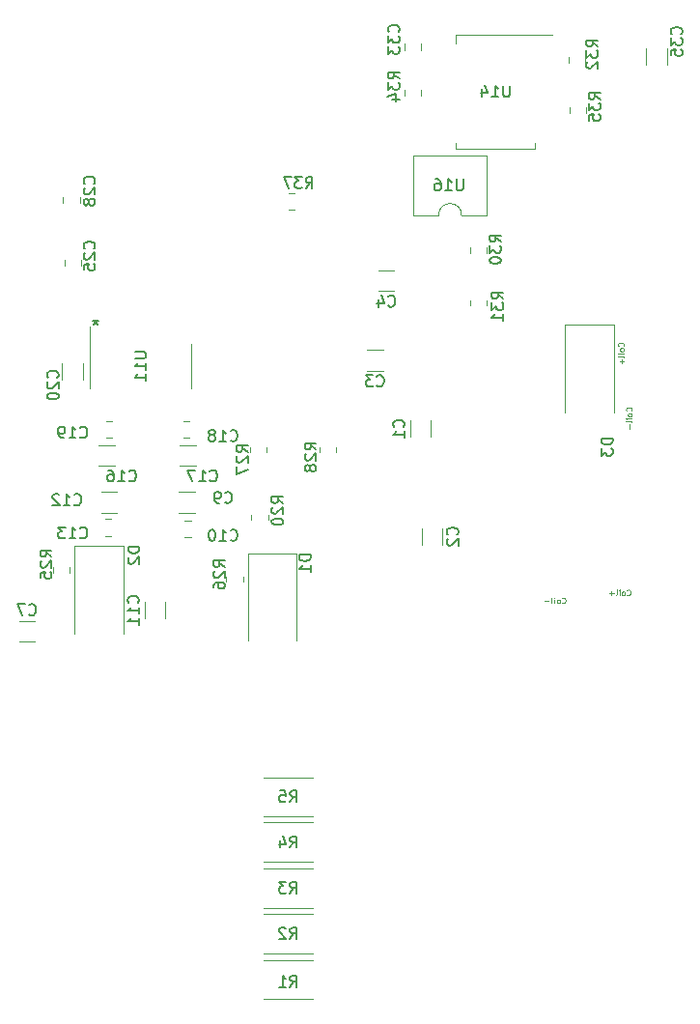
<source format=gbr>
%TF.GenerationSoftware,KiCad,Pcbnew,7.0.9*%
%TF.CreationDate,2024-06-05T17:19:39+05:30*%
%TF.ProjectId,BMS_Master,424d535f-4d61-4737-9465-722e6b696361,rev?*%
%TF.SameCoordinates,Original*%
%TF.FileFunction,Legend,Bot*%
%TF.FilePolarity,Positive*%
%FSLAX46Y46*%
G04 Gerber Fmt 4.6, Leading zero omitted, Abs format (unit mm)*
G04 Created by KiCad (PCBNEW 7.0.9) date 2024-06-05 17:19:39*
%MOMM*%
%LPD*%
G01*
G04 APERTURE LIST*
%ADD10C,0.125000*%
%ADD11C,0.150000*%
%ADD12C,0.120000*%
G04 APERTURE END LIST*
D10*
X244484690Y-91986997D02*
X244508500Y-91963188D01*
X244508500Y-91963188D02*
X244532309Y-91891759D01*
X244532309Y-91891759D02*
X244532309Y-91844140D01*
X244532309Y-91844140D02*
X244508500Y-91772712D01*
X244508500Y-91772712D02*
X244460880Y-91725093D01*
X244460880Y-91725093D02*
X244413261Y-91701283D01*
X244413261Y-91701283D02*
X244318023Y-91677474D01*
X244318023Y-91677474D02*
X244246595Y-91677474D01*
X244246595Y-91677474D02*
X244151357Y-91701283D01*
X244151357Y-91701283D02*
X244103738Y-91725093D01*
X244103738Y-91725093D02*
X244056119Y-91772712D01*
X244056119Y-91772712D02*
X244032309Y-91844140D01*
X244032309Y-91844140D02*
X244032309Y-91891759D01*
X244032309Y-91891759D02*
X244056119Y-91963188D01*
X244056119Y-91963188D02*
X244079928Y-91986997D01*
X244532309Y-92272712D02*
X244508500Y-92225093D01*
X244508500Y-92225093D02*
X244484690Y-92201283D01*
X244484690Y-92201283D02*
X244437071Y-92177474D01*
X244437071Y-92177474D02*
X244294214Y-92177474D01*
X244294214Y-92177474D02*
X244246595Y-92201283D01*
X244246595Y-92201283D02*
X244222785Y-92225093D01*
X244222785Y-92225093D02*
X244198976Y-92272712D01*
X244198976Y-92272712D02*
X244198976Y-92344140D01*
X244198976Y-92344140D02*
X244222785Y-92391759D01*
X244222785Y-92391759D02*
X244246595Y-92415569D01*
X244246595Y-92415569D02*
X244294214Y-92439378D01*
X244294214Y-92439378D02*
X244437071Y-92439378D01*
X244437071Y-92439378D02*
X244484690Y-92415569D01*
X244484690Y-92415569D02*
X244508500Y-92391759D01*
X244508500Y-92391759D02*
X244532309Y-92344140D01*
X244532309Y-92344140D02*
X244532309Y-92272712D01*
X244532309Y-92653664D02*
X244198976Y-92653664D01*
X244032309Y-92653664D02*
X244056119Y-92629855D01*
X244056119Y-92629855D02*
X244079928Y-92653664D01*
X244079928Y-92653664D02*
X244056119Y-92677474D01*
X244056119Y-92677474D02*
X244032309Y-92653664D01*
X244032309Y-92653664D02*
X244079928Y-92653664D01*
X244532309Y-92963188D02*
X244508500Y-92915569D01*
X244508500Y-92915569D02*
X244460880Y-92891759D01*
X244460880Y-92891759D02*
X244032309Y-92891759D01*
X244341833Y-93153664D02*
X244341833Y-93534617D01*
X244113002Y-108084690D02*
X244136811Y-108108500D01*
X244136811Y-108108500D02*
X244208240Y-108132309D01*
X244208240Y-108132309D02*
X244255859Y-108132309D01*
X244255859Y-108132309D02*
X244327287Y-108108500D01*
X244327287Y-108108500D02*
X244374906Y-108060880D01*
X244374906Y-108060880D02*
X244398716Y-108013261D01*
X244398716Y-108013261D02*
X244422525Y-107918023D01*
X244422525Y-107918023D02*
X244422525Y-107846595D01*
X244422525Y-107846595D02*
X244398716Y-107751357D01*
X244398716Y-107751357D02*
X244374906Y-107703738D01*
X244374906Y-107703738D02*
X244327287Y-107656119D01*
X244327287Y-107656119D02*
X244255859Y-107632309D01*
X244255859Y-107632309D02*
X244208240Y-107632309D01*
X244208240Y-107632309D02*
X244136811Y-107656119D01*
X244136811Y-107656119D02*
X244113002Y-107679928D01*
X243827287Y-108132309D02*
X243874906Y-108108500D01*
X243874906Y-108108500D02*
X243898716Y-108084690D01*
X243898716Y-108084690D02*
X243922525Y-108037071D01*
X243922525Y-108037071D02*
X243922525Y-107894214D01*
X243922525Y-107894214D02*
X243898716Y-107846595D01*
X243898716Y-107846595D02*
X243874906Y-107822785D01*
X243874906Y-107822785D02*
X243827287Y-107798976D01*
X243827287Y-107798976D02*
X243755859Y-107798976D01*
X243755859Y-107798976D02*
X243708240Y-107822785D01*
X243708240Y-107822785D02*
X243684430Y-107846595D01*
X243684430Y-107846595D02*
X243660621Y-107894214D01*
X243660621Y-107894214D02*
X243660621Y-108037071D01*
X243660621Y-108037071D02*
X243684430Y-108084690D01*
X243684430Y-108084690D02*
X243708240Y-108108500D01*
X243708240Y-108108500D02*
X243755859Y-108132309D01*
X243755859Y-108132309D02*
X243827287Y-108132309D01*
X243446335Y-108132309D02*
X243446335Y-107798976D01*
X243446335Y-107632309D02*
X243470144Y-107656119D01*
X243470144Y-107656119D02*
X243446335Y-107679928D01*
X243446335Y-107679928D02*
X243422525Y-107656119D01*
X243422525Y-107656119D02*
X243446335Y-107632309D01*
X243446335Y-107632309D02*
X243446335Y-107679928D01*
X243136811Y-108132309D02*
X243184430Y-108108500D01*
X243184430Y-108108500D02*
X243208240Y-108060880D01*
X243208240Y-108060880D02*
X243208240Y-107632309D01*
X242946335Y-107941833D02*
X242565383Y-107941833D01*
X242755859Y-108132309D02*
X242755859Y-107751357D01*
D11*
X197500000Y-83954819D02*
X197500000Y-84192914D01*
X197261905Y-84097676D02*
X197500000Y-84192914D01*
X197500000Y-84192914D02*
X197738095Y-84097676D01*
X197357143Y-84383390D02*
X197500000Y-84192914D01*
X197500000Y-84192914D02*
X197642857Y-84383390D01*
D10*
X243784690Y-86286997D02*
X243808500Y-86263188D01*
X243808500Y-86263188D02*
X243832309Y-86191759D01*
X243832309Y-86191759D02*
X243832309Y-86144140D01*
X243832309Y-86144140D02*
X243808500Y-86072712D01*
X243808500Y-86072712D02*
X243760880Y-86025093D01*
X243760880Y-86025093D02*
X243713261Y-86001283D01*
X243713261Y-86001283D02*
X243618023Y-85977474D01*
X243618023Y-85977474D02*
X243546595Y-85977474D01*
X243546595Y-85977474D02*
X243451357Y-86001283D01*
X243451357Y-86001283D02*
X243403738Y-86025093D01*
X243403738Y-86025093D02*
X243356119Y-86072712D01*
X243356119Y-86072712D02*
X243332309Y-86144140D01*
X243332309Y-86144140D02*
X243332309Y-86191759D01*
X243332309Y-86191759D02*
X243356119Y-86263188D01*
X243356119Y-86263188D02*
X243379928Y-86286997D01*
X243832309Y-86572712D02*
X243808500Y-86525093D01*
X243808500Y-86525093D02*
X243784690Y-86501283D01*
X243784690Y-86501283D02*
X243737071Y-86477474D01*
X243737071Y-86477474D02*
X243594214Y-86477474D01*
X243594214Y-86477474D02*
X243546595Y-86501283D01*
X243546595Y-86501283D02*
X243522785Y-86525093D01*
X243522785Y-86525093D02*
X243498976Y-86572712D01*
X243498976Y-86572712D02*
X243498976Y-86644140D01*
X243498976Y-86644140D02*
X243522785Y-86691759D01*
X243522785Y-86691759D02*
X243546595Y-86715569D01*
X243546595Y-86715569D02*
X243594214Y-86739378D01*
X243594214Y-86739378D02*
X243737071Y-86739378D01*
X243737071Y-86739378D02*
X243784690Y-86715569D01*
X243784690Y-86715569D02*
X243808500Y-86691759D01*
X243808500Y-86691759D02*
X243832309Y-86644140D01*
X243832309Y-86644140D02*
X243832309Y-86572712D01*
X243832309Y-86953664D02*
X243498976Y-86953664D01*
X243332309Y-86953664D02*
X243356119Y-86929855D01*
X243356119Y-86929855D02*
X243379928Y-86953664D01*
X243379928Y-86953664D02*
X243356119Y-86977474D01*
X243356119Y-86977474D02*
X243332309Y-86953664D01*
X243332309Y-86953664D02*
X243379928Y-86953664D01*
X243832309Y-87263188D02*
X243808500Y-87215569D01*
X243808500Y-87215569D02*
X243760880Y-87191759D01*
X243760880Y-87191759D02*
X243332309Y-87191759D01*
X243641833Y-87453664D02*
X243641833Y-87834617D01*
X243832309Y-87644140D02*
X243451357Y-87644140D01*
X238413002Y-108784690D02*
X238436811Y-108808500D01*
X238436811Y-108808500D02*
X238508240Y-108832309D01*
X238508240Y-108832309D02*
X238555859Y-108832309D01*
X238555859Y-108832309D02*
X238627287Y-108808500D01*
X238627287Y-108808500D02*
X238674906Y-108760880D01*
X238674906Y-108760880D02*
X238698716Y-108713261D01*
X238698716Y-108713261D02*
X238722525Y-108618023D01*
X238722525Y-108618023D02*
X238722525Y-108546595D01*
X238722525Y-108546595D02*
X238698716Y-108451357D01*
X238698716Y-108451357D02*
X238674906Y-108403738D01*
X238674906Y-108403738D02*
X238627287Y-108356119D01*
X238627287Y-108356119D02*
X238555859Y-108332309D01*
X238555859Y-108332309D02*
X238508240Y-108332309D01*
X238508240Y-108332309D02*
X238436811Y-108356119D01*
X238436811Y-108356119D02*
X238413002Y-108379928D01*
X238127287Y-108832309D02*
X238174906Y-108808500D01*
X238174906Y-108808500D02*
X238198716Y-108784690D01*
X238198716Y-108784690D02*
X238222525Y-108737071D01*
X238222525Y-108737071D02*
X238222525Y-108594214D01*
X238222525Y-108594214D02*
X238198716Y-108546595D01*
X238198716Y-108546595D02*
X238174906Y-108522785D01*
X238174906Y-108522785D02*
X238127287Y-108498976D01*
X238127287Y-108498976D02*
X238055859Y-108498976D01*
X238055859Y-108498976D02*
X238008240Y-108522785D01*
X238008240Y-108522785D02*
X237984430Y-108546595D01*
X237984430Y-108546595D02*
X237960621Y-108594214D01*
X237960621Y-108594214D02*
X237960621Y-108737071D01*
X237960621Y-108737071D02*
X237984430Y-108784690D01*
X237984430Y-108784690D02*
X238008240Y-108808500D01*
X238008240Y-108808500D02*
X238055859Y-108832309D01*
X238055859Y-108832309D02*
X238127287Y-108832309D01*
X237746335Y-108832309D02*
X237746335Y-108498976D01*
X237746335Y-108332309D02*
X237770144Y-108356119D01*
X237770144Y-108356119D02*
X237746335Y-108379928D01*
X237746335Y-108379928D02*
X237722525Y-108356119D01*
X237722525Y-108356119D02*
X237746335Y-108332309D01*
X237746335Y-108332309D02*
X237746335Y-108379928D01*
X237436811Y-108832309D02*
X237484430Y-108808500D01*
X237484430Y-108808500D02*
X237508240Y-108760880D01*
X237508240Y-108760880D02*
X237508240Y-108332309D01*
X237246335Y-108641833D02*
X236865383Y-108641833D01*
D11*
X242854819Y-94361905D02*
X241854819Y-94361905D01*
X241854819Y-94361905D02*
X241854819Y-94600000D01*
X241854819Y-94600000D02*
X241902438Y-94742857D01*
X241902438Y-94742857D02*
X241997676Y-94838095D01*
X241997676Y-94838095D02*
X242092914Y-94885714D01*
X242092914Y-94885714D02*
X242283390Y-94933333D01*
X242283390Y-94933333D02*
X242426247Y-94933333D01*
X242426247Y-94933333D02*
X242616723Y-94885714D01*
X242616723Y-94885714D02*
X242711961Y-94838095D01*
X242711961Y-94838095D02*
X242807200Y-94742857D01*
X242807200Y-94742857D02*
X242854819Y-94600000D01*
X242854819Y-94600000D02*
X242854819Y-94361905D01*
X241854819Y-95266667D02*
X241854819Y-95885714D01*
X241854819Y-95885714D02*
X242235771Y-95552381D01*
X242235771Y-95552381D02*
X242235771Y-95695238D01*
X242235771Y-95695238D02*
X242283390Y-95790476D01*
X242283390Y-95790476D02*
X242331009Y-95838095D01*
X242331009Y-95838095D02*
X242426247Y-95885714D01*
X242426247Y-95885714D02*
X242664342Y-95885714D01*
X242664342Y-95885714D02*
X242759580Y-95838095D01*
X242759580Y-95838095D02*
X242807200Y-95790476D01*
X242807200Y-95790476D02*
X242854819Y-95695238D01*
X242854819Y-95695238D02*
X242854819Y-95409524D01*
X242854819Y-95409524D02*
X242807200Y-95314286D01*
X242807200Y-95314286D02*
X242759580Y-95266667D01*
X194159580Y-89057142D02*
X194207200Y-89009523D01*
X194207200Y-89009523D02*
X194254819Y-88866666D01*
X194254819Y-88866666D02*
X194254819Y-88771428D01*
X194254819Y-88771428D02*
X194207200Y-88628571D01*
X194207200Y-88628571D02*
X194111961Y-88533333D01*
X194111961Y-88533333D02*
X194016723Y-88485714D01*
X194016723Y-88485714D02*
X193826247Y-88438095D01*
X193826247Y-88438095D02*
X193683390Y-88438095D01*
X193683390Y-88438095D02*
X193492914Y-88485714D01*
X193492914Y-88485714D02*
X193397676Y-88533333D01*
X193397676Y-88533333D02*
X193302438Y-88628571D01*
X193302438Y-88628571D02*
X193254819Y-88771428D01*
X193254819Y-88771428D02*
X193254819Y-88866666D01*
X193254819Y-88866666D02*
X193302438Y-89009523D01*
X193302438Y-89009523D02*
X193350057Y-89057142D01*
X193350057Y-89438095D02*
X193302438Y-89485714D01*
X193302438Y-89485714D02*
X193254819Y-89580952D01*
X193254819Y-89580952D02*
X193254819Y-89819047D01*
X193254819Y-89819047D02*
X193302438Y-89914285D01*
X193302438Y-89914285D02*
X193350057Y-89961904D01*
X193350057Y-89961904D02*
X193445295Y-90009523D01*
X193445295Y-90009523D02*
X193540533Y-90009523D01*
X193540533Y-90009523D02*
X193683390Y-89961904D01*
X193683390Y-89961904D02*
X194254819Y-89390476D01*
X194254819Y-89390476D02*
X194254819Y-90009523D01*
X193254819Y-90628571D02*
X193254819Y-90723809D01*
X193254819Y-90723809D02*
X193302438Y-90819047D01*
X193302438Y-90819047D02*
X193350057Y-90866666D01*
X193350057Y-90866666D02*
X193445295Y-90914285D01*
X193445295Y-90914285D02*
X193635771Y-90961904D01*
X193635771Y-90961904D02*
X193873866Y-90961904D01*
X193873866Y-90961904D02*
X194064342Y-90914285D01*
X194064342Y-90914285D02*
X194159580Y-90866666D01*
X194159580Y-90866666D02*
X194207200Y-90819047D01*
X194207200Y-90819047D02*
X194254819Y-90723809D01*
X194254819Y-90723809D02*
X194254819Y-90628571D01*
X194254819Y-90628571D02*
X194207200Y-90533333D01*
X194207200Y-90533333D02*
X194159580Y-90485714D01*
X194159580Y-90485714D02*
X194064342Y-90438095D01*
X194064342Y-90438095D02*
X193873866Y-90390476D01*
X193873866Y-90390476D02*
X193635771Y-90390476D01*
X193635771Y-90390476D02*
X193445295Y-90438095D01*
X193445295Y-90438095D02*
X193350057Y-90485714D01*
X193350057Y-90485714D02*
X193302438Y-90533333D01*
X193302438Y-90533333D02*
X193254819Y-90628571D01*
X229738094Y-71654819D02*
X229738094Y-72464342D01*
X229738094Y-72464342D02*
X229690475Y-72559580D01*
X229690475Y-72559580D02*
X229642856Y-72607200D01*
X229642856Y-72607200D02*
X229547618Y-72654819D01*
X229547618Y-72654819D02*
X229357142Y-72654819D01*
X229357142Y-72654819D02*
X229261904Y-72607200D01*
X229261904Y-72607200D02*
X229214285Y-72559580D01*
X229214285Y-72559580D02*
X229166666Y-72464342D01*
X229166666Y-72464342D02*
X229166666Y-71654819D01*
X228166666Y-72654819D02*
X228738094Y-72654819D01*
X228452380Y-72654819D02*
X228452380Y-71654819D01*
X228452380Y-71654819D02*
X228547618Y-71797676D01*
X228547618Y-71797676D02*
X228642856Y-71892914D01*
X228642856Y-71892914D02*
X228738094Y-71940533D01*
X227309523Y-71654819D02*
X227499999Y-71654819D01*
X227499999Y-71654819D02*
X227595237Y-71702438D01*
X227595237Y-71702438D02*
X227642856Y-71750057D01*
X227642856Y-71750057D02*
X227738094Y-71892914D01*
X227738094Y-71892914D02*
X227785713Y-72083390D01*
X227785713Y-72083390D02*
X227785713Y-72464342D01*
X227785713Y-72464342D02*
X227738094Y-72559580D01*
X227738094Y-72559580D02*
X227690475Y-72607200D01*
X227690475Y-72607200D02*
X227595237Y-72654819D01*
X227595237Y-72654819D02*
X227404761Y-72654819D01*
X227404761Y-72654819D02*
X227309523Y-72607200D01*
X227309523Y-72607200D02*
X227261904Y-72559580D01*
X227261904Y-72559580D02*
X227214285Y-72464342D01*
X227214285Y-72464342D02*
X227214285Y-72226247D01*
X227214285Y-72226247D02*
X227261904Y-72131009D01*
X227261904Y-72131009D02*
X227309523Y-72083390D01*
X227309523Y-72083390D02*
X227404761Y-72035771D01*
X227404761Y-72035771D02*
X227595237Y-72035771D01*
X227595237Y-72035771D02*
X227690475Y-72083390D01*
X227690475Y-72083390D02*
X227738094Y-72131009D01*
X227738094Y-72131009D02*
X227785713Y-72226247D01*
X214566666Y-134254819D02*
X214899999Y-133778628D01*
X215138094Y-134254819D02*
X215138094Y-133254819D01*
X215138094Y-133254819D02*
X214757142Y-133254819D01*
X214757142Y-133254819D02*
X214661904Y-133302438D01*
X214661904Y-133302438D02*
X214614285Y-133350057D01*
X214614285Y-133350057D02*
X214566666Y-133445295D01*
X214566666Y-133445295D02*
X214566666Y-133588152D01*
X214566666Y-133588152D02*
X214614285Y-133683390D01*
X214614285Y-133683390D02*
X214661904Y-133731009D01*
X214661904Y-133731009D02*
X214757142Y-133778628D01*
X214757142Y-133778628D02*
X215138094Y-133778628D01*
X214233332Y-133254819D02*
X213614285Y-133254819D01*
X213614285Y-133254819D02*
X213947618Y-133635771D01*
X213947618Y-133635771D02*
X213804761Y-133635771D01*
X213804761Y-133635771D02*
X213709523Y-133683390D01*
X213709523Y-133683390D02*
X213661904Y-133731009D01*
X213661904Y-133731009D02*
X213614285Y-133826247D01*
X213614285Y-133826247D02*
X213614285Y-134064342D01*
X213614285Y-134064342D02*
X213661904Y-134159580D01*
X213661904Y-134159580D02*
X213709523Y-134207200D01*
X213709523Y-134207200D02*
X213804761Y-134254819D01*
X213804761Y-134254819D02*
X214090475Y-134254819D01*
X214090475Y-134254819D02*
X214185713Y-134207200D01*
X214185713Y-134207200D02*
X214233332Y-134159580D01*
X200442857Y-98059580D02*
X200490476Y-98107200D01*
X200490476Y-98107200D02*
X200633333Y-98154819D01*
X200633333Y-98154819D02*
X200728571Y-98154819D01*
X200728571Y-98154819D02*
X200871428Y-98107200D01*
X200871428Y-98107200D02*
X200966666Y-98011961D01*
X200966666Y-98011961D02*
X201014285Y-97916723D01*
X201014285Y-97916723D02*
X201061904Y-97726247D01*
X201061904Y-97726247D02*
X201061904Y-97583390D01*
X201061904Y-97583390D02*
X201014285Y-97392914D01*
X201014285Y-97392914D02*
X200966666Y-97297676D01*
X200966666Y-97297676D02*
X200871428Y-97202438D01*
X200871428Y-97202438D02*
X200728571Y-97154819D01*
X200728571Y-97154819D02*
X200633333Y-97154819D01*
X200633333Y-97154819D02*
X200490476Y-97202438D01*
X200490476Y-97202438D02*
X200442857Y-97250057D01*
X199490476Y-98154819D02*
X200061904Y-98154819D01*
X199776190Y-98154819D02*
X199776190Y-97154819D01*
X199776190Y-97154819D02*
X199871428Y-97297676D01*
X199871428Y-97297676D02*
X199966666Y-97392914D01*
X199966666Y-97392914D02*
X200061904Y-97440533D01*
X198633333Y-97154819D02*
X198823809Y-97154819D01*
X198823809Y-97154819D02*
X198919047Y-97202438D01*
X198919047Y-97202438D02*
X198966666Y-97250057D01*
X198966666Y-97250057D02*
X199061904Y-97392914D01*
X199061904Y-97392914D02*
X199109523Y-97583390D01*
X199109523Y-97583390D02*
X199109523Y-97964342D01*
X199109523Y-97964342D02*
X199061904Y-98059580D01*
X199061904Y-98059580D02*
X199014285Y-98107200D01*
X199014285Y-98107200D02*
X198919047Y-98154819D01*
X198919047Y-98154819D02*
X198728571Y-98154819D01*
X198728571Y-98154819D02*
X198633333Y-98107200D01*
X198633333Y-98107200D02*
X198585714Y-98059580D01*
X198585714Y-98059580D02*
X198538095Y-97964342D01*
X198538095Y-97964342D02*
X198538095Y-97726247D01*
X198538095Y-97726247D02*
X198585714Y-97631009D01*
X198585714Y-97631009D02*
X198633333Y-97583390D01*
X198633333Y-97583390D02*
X198728571Y-97535771D01*
X198728571Y-97535771D02*
X198919047Y-97535771D01*
X198919047Y-97535771D02*
X199014285Y-97583390D01*
X199014285Y-97583390D02*
X199061904Y-97631009D01*
X199061904Y-97631009D02*
X199109523Y-97726247D01*
X214566666Y-130254819D02*
X214899999Y-129778628D01*
X215138094Y-130254819D02*
X215138094Y-129254819D01*
X215138094Y-129254819D02*
X214757142Y-129254819D01*
X214757142Y-129254819D02*
X214661904Y-129302438D01*
X214661904Y-129302438D02*
X214614285Y-129350057D01*
X214614285Y-129350057D02*
X214566666Y-129445295D01*
X214566666Y-129445295D02*
X214566666Y-129588152D01*
X214566666Y-129588152D02*
X214614285Y-129683390D01*
X214614285Y-129683390D02*
X214661904Y-129731009D01*
X214661904Y-129731009D02*
X214757142Y-129778628D01*
X214757142Y-129778628D02*
X215138094Y-129778628D01*
X213709523Y-129588152D02*
X213709523Y-130254819D01*
X213947618Y-129207200D02*
X214185713Y-129921485D01*
X214185713Y-129921485D02*
X213566666Y-129921485D01*
X216854819Y-95357142D02*
X216378628Y-95023809D01*
X216854819Y-94785714D02*
X215854819Y-94785714D01*
X215854819Y-94785714D02*
X215854819Y-95166666D01*
X215854819Y-95166666D02*
X215902438Y-95261904D01*
X215902438Y-95261904D02*
X215950057Y-95309523D01*
X215950057Y-95309523D02*
X216045295Y-95357142D01*
X216045295Y-95357142D02*
X216188152Y-95357142D01*
X216188152Y-95357142D02*
X216283390Y-95309523D01*
X216283390Y-95309523D02*
X216331009Y-95261904D01*
X216331009Y-95261904D02*
X216378628Y-95166666D01*
X216378628Y-95166666D02*
X216378628Y-94785714D01*
X215950057Y-95738095D02*
X215902438Y-95785714D01*
X215902438Y-95785714D02*
X215854819Y-95880952D01*
X215854819Y-95880952D02*
X215854819Y-96119047D01*
X215854819Y-96119047D02*
X215902438Y-96214285D01*
X215902438Y-96214285D02*
X215950057Y-96261904D01*
X215950057Y-96261904D02*
X216045295Y-96309523D01*
X216045295Y-96309523D02*
X216140533Y-96309523D01*
X216140533Y-96309523D02*
X216283390Y-96261904D01*
X216283390Y-96261904D02*
X216854819Y-95690476D01*
X216854819Y-95690476D02*
X216854819Y-96309523D01*
X216283390Y-96880952D02*
X216235771Y-96785714D01*
X216235771Y-96785714D02*
X216188152Y-96738095D01*
X216188152Y-96738095D02*
X216092914Y-96690476D01*
X216092914Y-96690476D02*
X216045295Y-96690476D01*
X216045295Y-96690476D02*
X215950057Y-96738095D01*
X215950057Y-96738095D02*
X215902438Y-96785714D01*
X215902438Y-96785714D02*
X215854819Y-96880952D01*
X215854819Y-96880952D02*
X215854819Y-97071428D01*
X215854819Y-97071428D02*
X215902438Y-97166666D01*
X215902438Y-97166666D02*
X215950057Y-97214285D01*
X215950057Y-97214285D02*
X216045295Y-97261904D01*
X216045295Y-97261904D02*
X216092914Y-97261904D01*
X216092914Y-97261904D02*
X216188152Y-97214285D01*
X216188152Y-97214285D02*
X216235771Y-97166666D01*
X216235771Y-97166666D02*
X216283390Y-97071428D01*
X216283390Y-97071428D02*
X216283390Y-96880952D01*
X216283390Y-96880952D02*
X216331009Y-96785714D01*
X216331009Y-96785714D02*
X216378628Y-96738095D01*
X216378628Y-96738095D02*
X216473866Y-96690476D01*
X216473866Y-96690476D02*
X216664342Y-96690476D01*
X216664342Y-96690476D02*
X216759580Y-96738095D01*
X216759580Y-96738095D02*
X216807200Y-96785714D01*
X216807200Y-96785714D02*
X216854819Y-96880952D01*
X216854819Y-96880952D02*
X216854819Y-97071428D01*
X216854819Y-97071428D02*
X216807200Y-97166666D01*
X216807200Y-97166666D02*
X216759580Y-97214285D01*
X216759580Y-97214285D02*
X216664342Y-97261904D01*
X216664342Y-97261904D02*
X216473866Y-97261904D01*
X216473866Y-97261904D02*
X216378628Y-97214285D01*
X216378628Y-97214285D02*
X216331009Y-97166666D01*
X216331009Y-97166666D02*
X216283390Y-97071428D01*
X214566666Y-142454819D02*
X214899999Y-141978628D01*
X215138094Y-142454819D02*
X215138094Y-141454819D01*
X215138094Y-141454819D02*
X214757142Y-141454819D01*
X214757142Y-141454819D02*
X214661904Y-141502438D01*
X214661904Y-141502438D02*
X214614285Y-141550057D01*
X214614285Y-141550057D02*
X214566666Y-141645295D01*
X214566666Y-141645295D02*
X214566666Y-141788152D01*
X214566666Y-141788152D02*
X214614285Y-141883390D01*
X214614285Y-141883390D02*
X214661904Y-141931009D01*
X214661904Y-141931009D02*
X214757142Y-141978628D01*
X214757142Y-141978628D02*
X215138094Y-141978628D01*
X213614285Y-142454819D02*
X214185713Y-142454819D01*
X213899999Y-142454819D02*
X213899999Y-141454819D01*
X213899999Y-141454819D02*
X213995237Y-141597676D01*
X213995237Y-141597676D02*
X214090475Y-141692914D01*
X214090475Y-141692914D02*
X214185713Y-141740533D01*
X195642857Y-100159580D02*
X195690476Y-100207200D01*
X195690476Y-100207200D02*
X195833333Y-100254819D01*
X195833333Y-100254819D02*
X195928571Y-100254819D01*
X195928571Y-100254819D02*
X196071428Y-100207200D01*
X196071428Y-100207200D02*
X196166666Y-100111961D01*
X196166666Y-100111961D02*
X196214285Y-100016723D01*
X196214285Y-100016723D02*
X196261904Y-99826247D01*
X196261904Y-99826247D02*
X196261904Y-99683390D01*
X196261904Y-99683390D02*
X196214285Y-99492914D01*
X196214285Y-99492914D02*
X196166666Y-99397676D01*
X196166666Y-99397676D02*
X196071428Y-99302438D01*
X196071428Y-99302438D02*
X195928571Y-99254819D01*
X195928571Y-99254819D02*
X195833333Y-99254819D01*
X195833333Y-99254819D02*
X195690476Y-99302438D01*
X195690476Y-99302438D02*
X195642857Y-99350057D01*
X194690476Y-100254819D02*
X195261904Y-100254819D01*
X194976190Y-100254819D02*
X194976190Y-99254819D01*
X194976190Y-99254819D02*
X195071428Y-99397676D01*
X195071428Y-99397676D02*
X195166666Y-99492914D01*
X195166666Y-99492914D02*
X195261904Y-99540533D01*
X194309523Y-99350057D02*
X194261904Y-99302438D01*
X194261904Y-99302438D02*
X194166666Y-99254819D01*
X194166666Y-99254819D02*
X193928571Y-99254819D01*
X193928571Y-99254819D02*
X193833333Y-99302438D01*
X193833333Y-99302438D02*
X193785714Y-99350057D01*
X193785714Y-99350057D02*
X193738095Y-99445295D01*
X193738095Y-99445295D02*
X193738095Y-99540533D01*
X193738095Y-99540533D02*
X193785714Y-99683390D01*
X193785714Y-99683390D02*
X194357142Y-100254819D01*
X194357142Y-100254819D02*
X193738095Y-100254819D01*
X224154819Y-62857142D02*
X223678628Y-62523809D01*
X224154819Y-62285714D02*
X223154819Y-62285714D01*
X223154819Y-62285714D02*
X223154819Y-62666666D01*
X223154819Y-62666666D02*
X223202438Y-62761904D01*
X223202438Y-62761904D02*
X223250057Y-62809523D01*
X223250057Y-62809523D02*
X223345295Y-62857142D01*
X223345295Y-62857142D02*
X223488152Y-62857142D01*
X223488152Y-62857142D02*
X223583390Y-62809523D01*
X223583390Y-62809523D02*
X223631009Y-62761904D01*
X223631009Y-62761904D02*
X223678628Y-62666666D01*
X223678628Y-62666666D02*
X223678628Y-62285714D01*
X223154819Y-63190476D02*
X223154819Y-63809523D01*
X223154819Y-63809523D02*
X223535771Y-63476190D01*
X223535771Y-63476190D02*
X223535771Y-63619047D01*
X223535771Y-63619047D02*
X223583390Y-63714285D01*
X223583390Y-63714285D02*
X223631009Y-63761904D01*
X223631009Y-63761904D02*
X223726247Y-63809523D01*
X223726247Y-63809523D02*
X223964342Y-63809523D01*
X223964342Y-63809523D02*
X224059580Y-63761904D01*
X224059580Y-63761904D02*
X224107200Y-63714285D01*
X224107200Y-63714285D02*
X224154819Y-63619047D01*
X224154819Y-63619047D02*
X224154819Y-63333333D01*
X224154819Y-63333333D02*
X224107200Y-63238095D01*
X224107200Y-63238095D02*
X224059580Y-63190476D01*
X223488152Y-64666666D02*
X224154819Y-64666666D01*
X223107200Y-64428571D02*
X223821485Y-64190476D01*
X223821485Y-64190476D02*
X223821485Y-64809523D01*
X193654819Y-104757142D02*
X193178628Y-104423809D01*
X193654819Y-104185714D02*
X192654819Y-104185714D01*
X192654819Y-104185714D02*
X192654819Y-104566666D01*
X192654819Y-104566666D02*
X192702438Y-104661904D01*
X192702438Y-104661904D02*
X192750057Y-104709523D01*
X192750057Y-104709523D02*
X192845295Y-104757142D01*
X192845295Y-104757142D02*
X192988152Y-104757142D01*
X192988152Y-104757142D02*
X193083390Y-104709523D01*
X193083390Y-104709523D02*
X193131009Y-104661904D01*
X193131009Y-104661904D02*
X193178628Y-104566666D01*
X193178628Y-104566666D02*
X193178628Y-104185714D01*
X192750057Y-105138095D02*
X192702438Y-105185714D01*
X192702438Y-105185714D02*
X192654819Y-105280952D01*
X192654819Y-105280952D02*
X192654819Y-105519047D01*
X192654819Y-105519047D02*
X192702438Y-105614285D01*
X192702438Y-105614285D02*
X192750057Y-105661904D01*
X192750057Y-105661904D02*
X192845295Y-105709523D01*
X192845295Y-105709523D02*
X192940533Y-105709523D01*
X192940533Y-105709523D02*
X193083390Y-105661904D01*
X193083390Y-105661904D02*
X193654819Y-105090476D01*
X193654819Y-105090476D02*
X193654819Y-105709523D01*
X192654819Y-106614285D02*
X192654819Y-106138095D01*
X192654819Y-106138095D02*
X193131009Y-106090476D01*
X193131009Y-106090476D02*
X193083390Y-106138095D01*
X193083390Y-106138095D02*
X193035771Y-106233333D01*
X193035771Y-106233333D02*
X193035771Y-106471428D01*
X193035771Y-106471428D02*
X193083390Y-106566666D01*
X193083390Y-106566666D02*
X193131009Y-106614285D01*
X193131009Y-106614285D02*
X193226247Y-106661904D01*
X193226247Y-106661904D02*
X193464342Y-106661904D01*
X193464342Y-106661904D02*
X193559580Y-106614285D01*
X193559580Y-106614285D02*
X193607200Y-106566666D01*
X193607200Y-106566666D02*
X193654819Y-106471428D01*
X193654819Y-106471428D02*
X193654819Y-106233333D01*
X193654819Y-106233333D02*
X193607200Y-106138095D01*
X193607200Y-106138095D02*
X193559580Y-106090476D01*
X241754819Y-64657142D02*
X241278628Y-64323809D01*
X241754819Y-64085714D02*
X240754819Y-64085714D01*
X240754819Y-64085714D02*
X240754819Y-64466666D01*
X240754819Y-64466666D02*
X240802438Y-64561904D01*
X240802438Y-64561904D02*
X240850057Y-64609523D01*
X240850057Y-64609523D02*
X240945295Y-64657142D01*
X240945295Y-64657142D02*
X241088152Y-64657142D01*
X241088152Y-64657142D02*
X241183390Y-64609523D01*
X241183390Y-64609523D02*
X241231009Y-64561904D01*
X241231009Y-64561904D02*
X241278628Y-64466666D01*
X241278628Y-64466666D02*
X241278628Y-64085714D01*
X240754819Y-64990476D02*
X240754819Y-65609523D01*
X240754819Y-65609523D02*
X241135771Y-65276190D01*
X241135771Y-65276190D02*
X241135771Y-65419047D01*
X241135771Y-65419047D02*
X241183390Y-65514285D01*
X241183390Y-65514285D02*
X241231009Y-65561904D01*
X241231009Y-65561904D02*
X241326247Y-65609523D01*
X241326247Y-65609523D02*
X241564342Y-65609523D01*
X241564342Y-65609523D02*
X241659580Y-65561904D01*
X241659580Y-65561904D02*
X241707200Y-65514285D01*
X241707200Y-65514285D02*
X241754819Y-65419047D01*
X241754819Y-65419047D02*
X241754819Y-65133333D01*
X241754819Y-65133333D02*
X241707200Y-65038095D01*
X241707200Y-65038095D02*
X241659580Y-64990476D01*
X240754819Y-66514285D02*
X240754819Y-66038095D01*
X240754819Y-66038095D02*
X241231009Y-65990476D01*
X241231009Y-65990476D02*
X241183390Y-66038095D01*
X241183390Y-66038095D02*
X241135771Y-66133333D01*
X241135771Y-66133333D02*
X241135771Y-66371428D01*
X241135771Y-66371428D02*
X241183390Y-66466666D01*
X241183390Y-66466666D02*
X241231009Y-66514285D01*
X241231009Y-66514285D02*
X241326247Y-66561904D01*
X241326247Y-66561904D02*
X241564342Y-66561904D01*
X241564342Y-66561904D02*
X241659580Y-66514285D01*
X241659580Y-66514285D02*
X241707200Y-66466666D01*
X241707200Y-66466666D02*
X241754819Y-66371428D01*
X241754819Y-66371428D02*
X241754819Y-66133333D01*
X241754819Y-66133333D02*
X241707200Y-66038095D01*
X241707200Y-66038095D02*
X241659580Y-65990476D01*
X214566666Y-138254819D02*
X214899999Y-137778628D01*
X215138094Y-138254819D02*
X215138094Y-137254819D01*
X215138094Y-137254819D02*
X214757142Y-137254819D01*
X214757142Y-137254819D02*
X214661904Y-137302438D01*
X214661904Y-137302438D02*
X214614285Y-137350057D01*
X214614285Y-137350057D02*
X214566666Y-137445295D01*
X214566666Y-137445295D02*
X214566666Y-137588152D01*
X214566666Y-137588152D02*
X214614285Y-137683390D01*
X214614285Y-137683390D02*
X214661904Y-137731009D01*
X214661904Y-137731009D02*
X214757142Y-137778628D01*
X214757142Y-137778628D02*
X215138094Y-137778628D01*
X214185713Y-137350057D02*
X214138094Y-137302438D01*
X214138094Y-137302438D02*
X214042856Y-137254819D01*
X214042856Y-137254819D02*
X213804761Y-137254819D01*
X213804761Y-137254819D02*
X213709523Y-137302438D01*
X213709523Y-137302438D02*
X213661904Y-137350057D01*
X213661904Y-137350057D02*
X213614285Y-137445295D01*
X213614285Y-137445295D02*
X213614285Y-137540533D01*
X213614285Y-137540533D02*
X213661904Y-137683390D01*
X213661904Y-137683390D02*
X214233332Y-138254819D01*
X214233332Y-138254819D02*
X213614285Y-138254819D01*
X197359580Y-77757142D02*
X197407200Y-77709523D01*
X197407200Y-77709523D02*
X197454819Y-77566666D01*
X197454819Y-77566666D02*
X197454819Y-77471428D01*
X197454819Y-77471428D02*
X197407200Y-77328571D01*
X197407200Y-77328571D02*
X197311961Y-77233333D01*
X197311961Y-77233333D02*
X197216723Y-77185714D01*
X197216723Y-77185714D02*
X197026247Y-77138095D01*
X197026247Y-77138095D02*
X196883390Y-77138095D01*
X196883390Y-77138095D02*
X196692914Y-77185714D01*
X196692914Y-77185714D02*
X196597676Y-77233333D01*
X196597676Y-77233333D02*
X196502438Y-77328571D01*
X196502438Y-77328571D02*
X196454819Y-77471428D01*
X196454819Y-77471428D02*
X196454819Y-77566666D01*
X196454819Y-77566666D02*
X196502438Y-77709523D01*
X196502438Y-77709523D02*
X196550057Y-77757142D01*
X196550057Y-78138095D02*
X196502438Y-78185714D01*
X196502438Y-78185714D02*
X196454819Y-78280952D01*
X196454819Y-78280952D02*
X196454819Y-78519047D01*
X196454819Y-78519047D02*
X196502438Y-78614285D01*
X196502438Y-78614285D02*
X196550057Y-78661904D01*
X196550057Y-78661904D02*
X196645295Y-78709523D01*
X196645295Y-78709523D02*
X196740533Y-78709523D01*
X196740533Y-78709523D02*
X196883390Y-78661904D01*
X196883390Y-78661904D02*
X197454819Y-78090476D01*
X197454819Y-78090476D02*
X197454819Y-78709523D01*
X196454819Y-79614285D02*
X196454819Y-79138095D01*
X196454819Y-79138095D02*
X196931009Y-79090476D01*
X196931009Y-79090476D02*
X196883390Y-79138095D01*
X196883390Y-79138095D02*
X196835771Y-79233333D01*
X196835771Y-79233333D02*
X196835771Y-79471428D01*
X196835771Y-79471428D02*
X196883390Y-79566666D01*
X196883390Y-79566666D02*
X196931009Y-79614285D01*
X196931009Y-79614285D02*
X197026247Y-79661904D01*
X197026247Y-79661904D02*
X197264342Y-79661904D01*
X197264342Y-79661904D02*
X197359580Y-79614285D01*
X197359580Y-79614285D02*
X197407200Y-79566666D01*
X197407200Y-79566666D02*
X197454819Y-79471428D01*
X197454819Y-79471428D02*
X197454819Y-79233333D01*
X197454819Y-79233333D02*
X197407200Y-79138095D01*
X197407200Y-79138095D02*
X197359580Y-79090476D01*
X200954819Y-86786905D02*
X201764342Y-86786905D01*
X201764342Y-86786905D02*
X201859580Y-86834524D01*
X201859580Y-86834524D02*
X201907200Y-86882143D01*
X201907200Y-86882143D02*
X201954819Y-86977381D01*
X201954819Y-86977381D02*
X201954819Y-87167857D01*
X201954819Y-87167857D02*
X201907200Y-87263095D01*
X201907200Y-87263095D02*
X201859580Y-87310714D01*
X201859580Y-87310714D02*
X201764342Y-87358333D01*
X201764342Y-87358333D02*
X200954819Y-87358333D01*
X201954819Y-88358333D02*
X201954819Y-87786905D01*
X201954819Y-88072619D02*
X200954819Y-88072619D01*
X200954819Y-88072619D02*
X201097676Y-87977381D01*
X201097676Y-87977381D02*
X201192914Y-87882143D01*
X201192914Y-87882143D02*
X201240533Y-87786905D01*
X201954819Y-89310714D02*
X201954819Y-88739286D01*
X201954819Y-89025000D02*
X200954819Y-89025000D01*
X200954819Y-89025000D02*
X201097676Y-88929762D01*
X201097676Y-88929762D02*
X201192914Y-88834524D01*
X201192914Y-88834524D02*
X201240533Y-88739286D01*
X233838094Y-63454819D02*
X233838094Y-64264342D01*
X233838094Y-64264342D02*
X233790475Y-64359580D01*
X233790475Y-64359580D02*
X233742856Y-64407200D01*
X233742856Y-64407200D02*
X233647618Y-64454819D01*
X233647618Y-64454819D02*
X233457142Y-64454819D01*
X233457142Y-64454819D02*
X233361904Y-64407200D01*
X233361904Y-64407200D02*
X233314285Y-64359580D01*
X233314285Y-64359580D02*
X233266666Y-64264342D01*
X233266666Y-64264342D02*
X233266666Y-63454819D01*
X232266666Y-64454819D02*
X232838094Y-64454819D01*
X232552380Y-64454819D02*
X232552380Y-63454819D01*
X232552380Y-63454819D02*
X232647618Y-63597676D01*
X232647618Y-63597676D02*
X232742856Y-63692914D01*
X232742856Y-63692914D02*
X232838094Y-63740533D01*
X231409523Y-63788152D02*
X231409523Y-64454819D01*
X231647618Y-63407200D02*
X231885713Y-64121485D01*
X231885713Y-64121485D02*
X231266666Y-64121485D01*
X201354819Y-103861905D02*
X200354819Y-103861905D01*
X200354819Y-103861905D02*
X200354819Y-104100000D01*
X200354819Y-104100000D02*
X200402438Y-104242857D01*
X200402438Y-104242857D02*
X200497676Y-104338095D01*
X200497676Y-104338095D02*
X200592914Y-104385714D01*
X200592914Y-104385714D02*
X200783390Y-104433333D01*
X200783390Y-104433333D02*
X200926247Y-104433333D01*
X200926247Y-104433333D02*
X201116723Y-104385714D01*
X201116723Y-104385714D02*
X201211961Y-104338095D01*
X201211961Y-104338095D02*
X201307200Y-104242857D01*
X201307200Y-104242857D02*
X201354819Y-104100000D01*
X201354819Y-104100000D02*
X201354819Y-103861905D01*
X200450057Y-104814286D02*
X200402438Y-104861905D01*
X200402438Y-104861905D02*
X200354819Y-104957143D01*
X200354819Y-104957143D02*
X200354819Y-105195238D01*
X200354819Y-105195238D02*
X200402438Y-105290476D01*
X200402438Y-105290476D02*
X200450057Y-105338095D01*
X200450057Y-105338095D02*
X200545295Y-105385714D01*
X200545295Y-105385714D02*
X200640533Y-105385714D01*
X200640533Y-105385714D02*
X200783390Y-105338095D01*
X200783390Y-105338095D02*
X201354819Y-104766667D01*
X201354819Y-104766667D02*
X201354819Y-105385714D01*
X215942857Y-72454819D02*
X216276190Y-71978628D01*
X216514285Y-72454819D02*
X216514285Y-71454819D01*
X216514285Y-71454819D02*
X216133333Y-71454819D01*
X216133333Y-71454819D02*
X216038095Y-71502438D01*
X216038095Y-71502438D02*
X215990476Y-71550057D01*
X215990476Y-71550057D02*
X215942857Y-71645295D01*
X215942857Y-71645295D02*
X215942857Y-71788152D01*
X215942857Y-71788152D02*
X215990476Y-71883390D01*
X215990476Y-71883390D02*
X216038095Y-71931009D01*
X216038095Y-71931009D02*
X216133333Y-71978628D01*
X216133333Y-71978628D02*
X216514285Y-71978628D01*
X215609523Y-71454819D02*
X214990476Y-71454819D01*
X214990476Y-71454819D02*
X215323809Y-71835771D01*
X215323809Y-71835771D02*
X215180952Y-71835771D01*
X215180952Y-71835771D02*
X215085714Y-71883390D01*
X215085714Y-71883390D02*
X215038095Y-71931009D01*
X215038095Y-71931009D02*
X214990476Y-72026247D01*
X214990476Y-72026247D02*
X214990476Y-72264342D01*
X214990476Y-72264342D02*
X215038095Y-72359580D01*
X215038095Y-72359580D02*
X215085714Y-72407200D01*
X215085714Y-72407200D02*
X215180952Y-72454819D01*
X215180952Y-72454819D02*
X215466666Y-72454819D01*
X215466666Y-72454819D02*
X215561904Y-72407200D01*
X215561904Y-72407200D02*
X215609523Y-72359580D01*
X214657142Y-71454819D02*
X213990476Y-71454819D01*
X213990476Y-71454819D02*
X214419047Y-72454819D01*
X224509580Y-93373333D02*
X224557200Y-93325714D01*
X224557200Y-93325714D02*
X224604819Y-93182857D01*
X224604819Y-93182857D02*
X224604819Y-93087619D01*
X224604819Y-93087619D02*
X224557200Y-92944762D01*
X224557200Y-92944762D02*
X224461961Y-92849524D01*
X224461961Y-92849524D02*
X224366723Y-92801905D01*
X224366723Y-92801905D02*
X224176247Y-92754286D01*
X224176247Y-92754286D02*
X224033390Y-92754286D01*
X224033390Y-92754286D02*
X223842914Y-92801905D01*
X223842914Y-92801905D02*
X223747676Y-92849524D01*
X223747676Y-92849524D02*
X223652438Y-92944762D01*
X223652438Y-92944762D02*
X223604819Y-93087619D01*
X223604819Y-93087619D02*
X223604819Y-93182857D01*
X223604819Y-93182857D02*
X223652438Y-93325714D01*
X223652438Y-93325714D02*
X223700057Y-93373333D01*
X224604819Y-94325714D02*
X224604819Y-93754286D01*
X224604819Y-94040000D02*
X223604819Y-94040000D01*
X223604819Y-94040000D02*
X223747676Y-93944762D01*
X223747676Y-93944762D02*
X223842914Y-93849524D01*
X223842914Y-93849524D02*
X223890533Y-93754286D01*
X208854819Y-105657142D02*
X208378628Y-105323809D01*
X208854819Y-105085714D02*
X207854819Y-105085714D01*
X207854819Y-105085714D02*
X207854819Y-105466666D01*
X207854819Y-105466666D02*
X207902438Y-105561904D01*
X207902438Y-105561904D02*
X207950057Y-105609523D01*
X207950057Y-105609523D02*
X208045295Y-105657142D01*
X208045295Y-105657142D02*
X208188152Y-105657142D01*
X208188152Y-105657142D02*
X208283390Y-105609523D01*
X208283390Y-105609523D02*
X208331009Y-105561904D01*
X208331009Y-105561904D02*
X208378628Y-105466666D01*
X208378628Y-105466666D02*
X208378628Y-105085714D01*
X207950057Y-106038095D02*
X207902438Y-106085714D01*
X207902438Y-106085714D02*
X207854819Y-106180952D01*
X207854819Y-106180952D02*
X207854819Y-106419047D01*
X207854819Y-106419047D02*
X207902438Y-106514285D01*
X207902438Y-106514285D02*
X207950057Y-106561904D01*
X207950057Y-106561904D02*
X208045295Y-106609523D01*
X208045295Y-106609523D02*
X208140533Y-106609523D01*
X208140533Y-106609523D02*
X208283390Y-106561904D01*
X208283390Y-106561904D02*
X208854819Y-105990476D01*
X208854819Y-105990476D02*
X208854819Y-106609523D01*
X207854819Y-107466666D02*
X207854819Y-107276190D01*
X207854819Y-107276190D02*
X207902438Y-107180952D01*
X207902438Y-107180952D02*
X207950057Y-107133333D01*
X207950057Y-107133333D02*
X208092914Y-107038095D01*
X208092914Y-107038095D02*
X208283390Y-106990476D01*
X208283390Y-106990476D02*
X208664342Y-106990476D01*
X208664342Y-106990476D02*
X208759580Y-107038095D01*
X208759580Y-107038095D02*
X208807200Y-107085714D01*
X208807200Y-107085714D02*
X208854819Y-107180952D01*
X208854819Y-107180952D02*
X208854819Y-107371428D01*
X208854819Y-107371428D02*
X208807200Y-107466666D01*
X208807200Y-107466666D02*
X208759580Y-107514285D01*
X208759580Y-107514285D02*
X208664342Y-107561904D01*
X208664342Y-107561904D02*
X208426247Y-107561904D01*
X208426247Y-107561904D02*
X208331009Y-107514285D01*
X208331009Y-107514285D02*
X208283390Y-107466666D01*
X208283390Y-107466666D02*
X208235771Y-107371428D01*
X208235771Y-107371428D02*
X208235771Y-107180952D01*
X208235771Y-107180952D02*
X208283390Y-107085714D01*
X208283390Y-107085714D02*
X208331009Y-107038095D01*
X208331009Y-107038095D02*
X208426247Y-106990476D01*
X224059580Y-58757142D02*
X224107200Y-58709523D01*
X224107200Y-58709523D02*
X224154819Y-58566666D01*
X224154819Y-58566666D02*
X224154819Y-58471428D01*
X224154819Y-58471428D02*
X224107200Y-58328571D01*
X224107200Y-58328571D02*
X224011961Y-58233333D01*
X224011961Y-58233333D02*
X223916723Y-58185714D01*
X223916723Y-58185714D02*
X223726247Y-58138095D01*
X223726247Y-58138095D02*
X223583390Y-58138095D01*
X223583390Y-58138095D02*
X223392914Y-58185714D01*
X223392914Y-58185714D02*
X223297676Y-58233333D01*
X223297676Y-58233333D02*
X223202438Y-58328571D01*
X223202438Y-58328571D02*
X223154819Y-58471428D01*
X223154819Y-58471428D02*
X223154819Y-58566666D01*
X223154819Y-58566666D02*
X223202438Y-58709523D01*
X223202438Y-58709523D02*
X223250057Y-58757142D01*
X223154819Y-59090476D02*
X223154819Y-59709523D01*
X223154819Y-59709523D02*
X223535771Y-59376190D01*
X223535771Y-59376190D02*
X223535771Y-59519047D01*
X223535771Y-59519047D02*
X223583390Y-59614285D01*
X223583390Y-59614285D02*
X223631009Y-59661904D01*
X223631009Y-59661904D02*
X223726247Y-59709523D01*
X223726247Y-59709523D02*
X223964342Y-59709523D01*
X223964342Y-59709523D02*
X224059580Y-59661904D01*
X224059580Y-59661904D02*
X224107200Y-59614285D01*
X224107200Y-59614285D02*
X224154819Y-59519047D01*
X224154819Y-59519047D02*
X224154819Y-59233333D01*
X224154819Y-59233333D02*
X224107200Y-59138095D01*
X224107200Y-59138095D02*
X224059580Y-59090476D01*
X223154819Y-60042857D02*
X223154819Y-60661904D01*
X223154819Y-60661904D02*
X223535771Y-60328571D01*
X223535771Y-60328571D02*
X223535771Y-60471428D01*
X223535771Y-60471428D02*
X223583390Y-60566666D01*
X223583390Y-60566666D02*
X223631009Y-60614285D01*
X223631009Y-60614285D02*
X223726247Y-60661904D01*
X223726247Y-60661904D02*
X223964342Y-60661904D01*
X223964342Y-60661904D02*
X224059580Y-60614285D01*
X224059580Y-60614285D02*
X224107200Y-60566666D01*
X224107200Y-60566666D02*
X224154819Y-60471428D01*
X224154819Y-60471428D02*
X224154819Y-60185714D01*
X224154819Y-60185714D02*
X224107200Y-60090476D01*
X224107200Y-60090476D02*
X224059580Y-60042857D01*
X222166666Y-89749580D02*
X222214285Y-89797200D01*
X222214285Y-89797200D02*
X222357142Y-89844819D01*
X222357142Y-89844819D02*
X222452380Y-89844819D01*
X222452380Y-89844819D02*
X222595237Y-89797200D01*
X222595237Y-89797200D02*
X222690475Y-89701961D01*
X222690475Y-89701961D02*
X222738094Y-89606723D01*
X222738094Y-89606723D02*
X222785713Y-89416247D01*
X222785713Y-89416247D02*
X222785713Y-89273390D01*
X222785713Y-89273390D02*
X222738094Y-89082914D01*
X222738094Y-89082914D02*
X222690475Y-88987676D01*
X222690475Y-88987676D02*
X222595237Y-88892438D01*
X222595237Y-88892438D02*
X222452380Y-88844819D01*
X222452380Y-88844819D02*
X222357142Y-88844819D01*
X222357142Y-88844819D02*
X222214285Y-88892438D01*
X222214285Y-88892438D02*
X222166666Y-88940057D01*
X221833332Y-88844819D02*
X221214285Y-88844819D01*
X221214285Y-88844819D02*
X221547618Y-89225771D01*
X221547618Y-89225771D02*
X221404761Y-89225771D01*
X221404761Y-89225771D02*
X221309523Y-89273390D01*
X221309523Y-89273390D02*
X221261904Y-89321009D01*
X221261904Y-89321009D02*
X221214285Y-89416247D01*
X221214285Y-89416247D02*
X221214285Y-89654342D01*
X221214285Y-89654342D02*
X221261904Y-89749580D01*
X221261904Y-89749580D02*
X221309523Y-89797200D01*
X221309523Y-89797200D02*
X221404761Y-89844819D01*
X221404761Y-89844819D02*
X221690475Y-89844819D01*
X221690475Y-89844819D02*
X221785713Y-89797200D01*
X221785713Y-89797200D02*
X221833332Y-89749580D01*
X229209580Y-102810833D02*
X229257200Y-102763214D01*
X229257200Y-102763214D02*
X229304819Y-102620357D01*
X229304819Y-102620357D02*
X229304819Y-102525119D01*
X229304819Y-102525119D02*
X229257200Y-102382262D01*
X229257200Y-102382262D02*
X229161961Y-102287024D01*
X229161961Y-102287024D02*
X229066723Y-102239405D01*
X229066723Y-102239405D02*
X228876247Y-102191786D01*
X228876247Y-102191786D02*
X228733390Y-102191786D01*
X228733390Y-102191786D02*
X228542914Y-102239405D01*
X228542914Y-102239405D02*
X228447676Y-102287024D01*
X228447676Y-102287024D02*
X228352438Y-102382262D01*
X228352438Y-102382262D02*
X228304819Y-102525119D01*
X228304819Y-102525119D02*
X228304819Y-102620357D01*
X228304819Y-102620357D02*
X228352438Y-102763214D01*
X228352438Y-102763214D02*
X228400057Y-102810833D01*
X228400057Y-103191786D02*
X228352438Y-103239405D01*
X228352438Y-103239405D02*
X228304819Y-103334643D01*
X228304819Y-103334643D02*
X228304819Y-103572738D01*
X228304819Y-103572738D02*
X228352438Y-103667976D01*
X228352438Y-103667976D02*
X228400057Y-103715595D01*
X228400057Y-103715595D02*
X228495295Y-103763214D01*
X228495295Y-103763214D02*
X228590533Y-103763214D01*
X228590533Y-103763214D02*
X228733390Y-103715595D01*
X228733390Y-103715595D02*
X229304819Y-103144167D01*
X229304819Y-103144167D02*
X229304819Y-103763214D01*
X201209580Y-108794642D02*
X201257200Y-108747023D01*
X201257200Y-108747023D02*
X201304819Y-108604166D01*
X201304819Y-108604166D02*
X201304819Y-108508928D01*
X201304819Y-108508928D02*
X201257200Y-108366071D01*
X201257200Y-108366071D02*
X201161961Y-108270833D01*
X201161961Y-108270833D02*
X201066723Y-108223214D01*
X201066723Y-108223214D02*
X200876247Y-108175595D01*
X200876247Y-108175595D02*
X200733390Y-108175595D01*
X200733390Y-108175595D02*
X200542914Y-108223214D01*
X200542914Y-108223214D02*
X200447676Y-108270833D01*
X200447676Y-108270833D02*
X200352438Y-108366071D01*
X200352438Y-108366071D02*
X200304819Y-108508928D01*
X200304819Y-108508928D02*
X200304819Y-108604166D01*
X200304819Y-108604166D02*
X200352438Y-108747023D01*
X200352438Y-108747023D02*
X200400057Y-108794642D01*
X201304819Y-109747023D02*
X201304819Y-109175595D01*
X201304819Y-109461309D02*
X200304819Y-109461309D01*
X200304819Y-109461309D02*
X200447676Y-109366071D01*
X200447676Y-109366071D02*
X200542914Y-109270833D01*
X200542914Y-109270833D02*
X200590533Y-109175595D01*
X201304819Y-110699404D02*
X201304819Y-110127976D01*
X201304819Y-110413690D02*
X200304819Y-110413690D01*
X200304819Y-110413690D02*
X200447676Y-110318452D01*
X200447676Y-110318452D02*
X200542914Y-110223214D01*
X200542914Y-110223214D02*
X200590533Y-110127976D01*
X233054819Y-77157142D02*
X232578628Y-76823809D01*
X233054819Y-76585714D02*
X232054819Y-76585714D01*
X232054819Y-76585714D02*
X232054819Y-76966666D01*
X232054819Y-76966666D02*
X232102438Y-77061904D01*
X232102438Y-77061904D02*
X232150057Y-77109523D01*
X232150057Y-77109523D02*
X232245295Y-77157142D01*
X232245295Y-77157142D02*
X232388152Y-77157142D01*
X232388152Y-77157142D02*
X232483390Y-77109523D01*
X232483390Y-77109523D02*
X232531009Y-77061904D01*
X232531009Y-77061904D02*
X232578628Y-76966666D01*
X232578628Y-76966666D02*
X232578628Y-76585714D01*
X232054819Y-77490476D02*
X232054819Y-78109523D01*
X232054819Y-78109523D02*
X232435771Y-77776190D01*
X232435771Y-77776190D02*
X232435771Y-77919047D01*
X232435771Y-77919047D02*
X232483390Y-78014285D01*
X232483390Y-78014285D02*
X232531009Y-78061904D01*
X232531009Y-78061904D02*
X232626247Y-78109523D01*
X232626247Y-78109523D02*
X232864342Y-78109523D01*
X232864342Y-78109523D02*
X232959580Y-78061904D01*
X232959580Y-78061904D02*
X233007200Y-78014285D01*
X233007200Y-78014285D02*
X233054819Y-77919047D01*
X233054819Y-77919047D02*
X233054819Y-77633333D01*
X233054819Y-77633333D02*
X233007200Y-77538095D01*
X233007200Y-77538095D02*
X232959580Y-77490476D01*
X232054819Y-78728571D02*
X232054819Y-78823809D01*
X232054819Y-78823809D02*
X232102438Y-78919047D01*
X232102438Y-78919047D02*
X232150057Y-78966666D01*
X232150057Y-78966666D02*
X232245295Y-79014285D01*
X232245295Y-79014285D02*
X232435771Y-79061904D01*
X232435771Y-79061904D02*
X232673866Y-79061904D01*
X232673866Y-79061904D02*
X232864342Y-79014285D01*
X232864342Y-79014285D02*
X232959580Y-78966666D01*
X232959580Y-78966666D02*
X233007200Y-78919047D01*
X233007200Y-78919047D02*
X233054819Y-78823809D01*
X233054819Y-78823809D02*
X233054819Y-78728571D01*
X233054819Y-78728571D02*
X233007200Y-78633333D01*
X233007200Y-78633333D02*
X232959580Y-78585714D01*
X232959580Y-78585714D02*
X232864342Y-78538095D01*
X232864342Y-78538095D02*
X232673866Y-78490476D01*
X232673866Y-78490476D02*
X232435771Y-78490476D01*
X232435771Y-78490476D02*
X232245295Y-78538095D01*
X232245295Y-78538095D02*
X232150057Y-78585714D01*
X232150057Y-78585714D02*
X232102438Y-78633333D01*
X232102438Y-78633333D02*
X232054819Y-78728571D01*
X196142857Y-103059580D02*
X196190476Y-103107200D01*
X196190476Y-103107200D02*
X196333333Y-103154819D01*
X196333333Y-103154819D02*
X196428571Y-103154819D01*
X196428571Y-103154819D02*
X196571428Y-103107200D01*
X196571428Y-103107200D02*
X196666666Y-103011961D01*
X196666666Y-103011961D02*
X196714285Y-102916723D01*
X196714285Y-102916723D02*
X196761904Y-102726247D01*
X196761904Y-102726247D02*
X196761904Y-102583390D01*
X196761904Y-102583390D02*
X196714285Y-102392914D01*
X196714285Y-102392914D02*
X196666666Y-102297676D01*
X196666666Y-102297676D02*
X196571428Y-102202438D01*
X196571428Y-102202438D02*
X196428571Y-102154819D01*
X196428571Y-102154819D02*
X196333333Y-102154819D01*
X196333333Y-102154819D02*
X196190476Y-102202438D01*
X196190476Y-102202438D02*
X196142857Y-102250057D01*
X195190476Y-103154819D02*
X195761904Y-103154819D01*
X195476190Y-103154819D02*
X195476190Y-102154819D01*
X195476190Y-102154819D02*
X195571428Y-102297676D01*
X195571428Y-102297676D02*
X195666666Y-102392914D01*
X195666666Y-102392914D02*
X195761904Y-102440533D01*
X194857142Y-102154819D02*
X194238095Y-102154819D01*
X194238095Y-102154819D02*
X194571428Y-102535771D01*
X194571428Y-102535771D02*
X194428571Y-102535771D01*
X194428571Y-102535771D02*
X194333333Y-102583390D01*
X194333333Y-102583390D02*
X194285714Y-102631009D01*
X194285714Y-102631009D02*
X194238095Y-102726247D01*
X194238095Y-102726247D02*
X194238095Y-102964342D01*
X194238095Y-102964342D02*
X194285714Y-103059580D01*
X194285714Y-103059580D02*
X194333333Y-103107200D01*
X194333333Y-103107200D02*
X194428571Y-103154819D01*
X194428571Y-103154819D02*
X194714285Y-103154819D01*
X194714285Y-103154819D02*
X194809523Y-103107200D01*
X194809523Y-103107200D02*
X194857142Y-103059580D01*
X191666666Y-109809580D02*
X191714285Y-109857200D01*
X191714285Y-109857200D02*
X191857142Y-109904819D01*
X191857142Y-109904819D02*
X191952380Y-109904819D01*
X191952380Y-109904819D02*
X192095237Y-109857200D01*
X192095237Y-109857200D02*
X192190475Y-109761961D01*
X192190475Y-109761961D02*
X192238094Y-109666723D01*
X192238094Y-109666723D02*
X192285713Y-109476247D01*
X192285713Y-109476247D02*
X192285713Y-109333390D01*
X192285713Y-109333390D02*
X192238094Y-109142914D01*
X192238094Y-109142914D02*
X192190475Y-109047676D01*
X192190475Y-109047676D02*
X192095237Y-108952438D01*
X192095237Y-108952438D02*
X191952380Y-108904819D01*
X191952380Y-108904819D02*
X191857142Y-108904819D01*
X191857142Y-108904819D02*
X191714285Y-108952438D01*
X191714285Y-108952438D02*
X191666666Y-109000057D01*
X191333332Y-108904819D02*
X190666666Y-108904819D01*
X190666666Y-108904819D02*
X191095237Y-109904819D01*
X210854819Y-95557142D02*
X210378628Y-95223809D01*
X210854819Y-94985714D02*
X209854819Y-94985714D01*
X209854819Y-94985714D02*
X209854819Y-95366666D01*
X209854819Y-95366666D02*
X209902438Y-95461904D01*
X209902438Y-95461904D02*
X209950057Y-95509523D01*
X209950057Y-95509523D02*
X210045295Y-95557142D01*
X210045295Y-95557142D02*
X210188152Y-95557142D01*
X210188152Y-95557142D02*
X210283390Y-95509523D01*
X210283390Y-95509523D02*
X210331009Y-95461904D01*
X210331009Y-95461904D02*
X210378628Y-95366666D01*
X210378628Y-95366666D02*
X210378628Y-94985714D01*
X209950057Y-95938095D02*
X209902438Y-95985714D01*
X209902438Y-95985714D02*
X209854819Y-96080952D01*
X209854819Y-96080952D02*
X209854819Y-96319047D01*
X209854819Y-96319047D02*
X209902438Y-96414285D01*
X209902438Y-96414285D02*
X209950057Y-96461904D01*
X209950057Y-96461904D02*
X210045295Y-96509523D01*
X210045295Y-96509523D02*
X210140533Y-96509523D01*
X210140533Y-96509523D02*
X210283390Y-96461904D01*
X210283390Y-96461904D02*
X210854819Y-95890476D01*
X210854819Y-95890476D02*
X210854819Y-96509523D01*
X209854819Y-96842857D02*
X209854819Y-97509523D01*
X209854819Y-97509523D02*
X210854819Y-97080952D01*
X233254819Y-82157142D02*
X232778628Y-81823809D01*
X233254819Y-81585714D02*
X232254819Y-81585714D01*
X232254819Y-81585714D02*
X232254819Y-81966666D01*
X232254819Y-81966666D02*
X232302438Y-82061904D01*
X232302438Y-82061904D02*
X232350057Y-82109523D01*
X232350057Y-82109523D02*
X232445295Y-82157142D01*
X232445295Y-82157142D02*
X232588152Y-82157142D01*
X232588152Y-82157142D02*
X232683390Y-82109523D01*
X232683390Y-82109523D02*
X232731009Y-82061904D01*
X232731009Y-82061904D02*
X232778628Y-81966666D01*
X232778628Y-81966666D02*
X232778628Y-81585714D01*
X232254819Y-82490476D02*
X232254819Y-83109523D01*
X232254819Y-83109523D02*
X232635771Y-82776190D01*
X232635771Y-82776190D02*
X232635771Y-82919047D01*
X232635771Y-82919047D02*
X232683390Y-83014285D01*
X232683390Y-83014285D02*
X232731009Y-83061904D01*
X232731009Y-83061904D02*
X232826247Y-83109523D01*
X232826247Y-83109523D02*
X233064342Y-83109523D01*
X233064342Y-83109523D02*
X233159580Y-83061904D01*
X233159580Y-83061904D02*
X233207200Y-83014285D01*
X233207200Y-83014285D02*
X233254819Y-82919047D01*
X233254819Y-82919047D02*
X233254819Y-82633333D01*
X233254819Y-82633333D02*
X233207200Y-82538095D01*
X233207200Y-82538095D02*
X233159580Y-82490476D01*
X233254819Y-84061904D02*
X233254819Y-83490476D01*
X233254819Y-83776190D02*
X232254819Y-83776190D01*
X232254819Y-83776190D02*
X232397676Y-83680952D01*
X232397676Y-83680952D02*
X232492914Y-83585714D01*
X232492914Y-83585714D02*
X232540533Y-83490476D01*
X196142857Y-94259580D02*
X196190476Y-94307200D01*
X196190476Y-94307200D02*
X196333333Y-94354819D01*
X196333333Y-94354819D02*
X196428571Y-94354819D01*
X196428571Y-94354819D02*
X196571428Y-94307200D01*
X196571428Y-94307200D02*
X196666666Y-94211961D01*
X196666666Y-94211961D02*
X196714285Y-94116723D01*
X196714285Y-94116723D02*
X196761904Y-93926247D01*
X196761904Y-93926247D02*
X196761904Y-93783390D01*
X196761904Y-93783390D02*
X196714285Y-93592914D01*
X196714285Y-93592914D02*
X196666666Y-93497676D01*
X196666666Y-93497676D02*
X196571428Y-93402438D01*
X196571428Y-93402438D02*
X196428571Y-93354819D01*
X196428571Y-93354819D02*
X196333333Y-93354819D01*
X196333333Y-93354819D02*
X196190476Y-93402438D01*
X196190476Y-93402438D02*
X196142857Y-93450057D01*
X195190476Y-94354819D02*
X195761904Y-94354819D01*
X195476190Y-94354819D02*
X195476190Y-93354819D01*
X195476190Y-93354819D02*
X195571428Y-93497676D01*
X195571428Y-93497676D02*
X195666666Y-93592914D01*
X195666666Y-93592914D02*
X195761904Y-93640533D01*
X194714285Y-94354819D02*
X194523809Y-94354819D01*
X194523809Y-94354819D02*
X194428571Y-94307200D01*
X194428571Y-94307200D02*
X194380952Y-94259580D01*
X194380952Y-94259580D02*
X194285714Y-94116723D01*
X194285714Y-94116723D02*
X194238095Y-93926247D01*
X194238095Y-93926247D02*
X194238095Y-93545295D01*
X194238095Y-93545295D02*
X194285714Y-93450057D01*
X194285714Y-93450057D02*
X194333333Y-93402438D01*
X194333333Y-93402438D02*
X194428571Y-93354819D01*
X194428571Y-93354819D02*
X194619047Y-93354819D01*
X194619047Y-93354819D02*
X194714285Y-93402438D01*
X194714285Y-93402438D02*
X194761904Y-93450057D01*
X194761904Y-93450057D02*
X194809523Y-93545295D01*
X194809523Y-93545295D02*
X194809523Y-93783390D01*
X194809523Y-93783390D02*
X194761904Y-93878628D01*
X194761904Y-93878628D02*
X194714285Y-93926247D01*
X194714285Y-93926247D02*
X194619047Y-93973866D01*
X194619047Y-93973866D02*
X194428571Y-93973866D01*
X194428571Y-93973866D02*
X194333333Y-93926247D01*
X194333333Y-93926247D02*
X194285714Y-93878628D01*
X194285714Y-93878628D02*
X194238095Y-93783390D01*
X209342857Y-94559580D02*
X209390476Y-94607200D01*
X209390476Y-94607200D02*
X209533333Y-94654819D01*
X209533333Y-94654819D02*
X209628571Y-94654819D01*
X209628571Y-94654819D02*
X209771428Y-94607200D01*
X209771428Y-94607200D02*
X209866666Y-94511961D01*
X209866666Y-94511961D02*
X209914285Y-94416723D01*
X209914285Y-94416723D02*
X209961904Y-94226247D01*
X209961904Y-94226247D02*
X209961904Y-94083390D01*
X209961904Y-94083390D02*
X209914285Y-93892914D01*
X209914285Y-93892914D02*
X209866666Y-93797676D01*
X209866666Y-93797676D02*
X209771428Y-93702438D01*
X209771428Y-93702438D02*
X209628571Y-93654819D01*
X209628571Y-93654819D02*
X209533333Y-93654819D01*
X209533333Y-93654819D02*
X209390476Y-93702438D01*
X209390476Y-93702438D02*
X209342857Y-93750057D01*
X208390476Y-94654819D02*
X208961904Y-94654819D01*
X208676190Y-94654819D02*
X208676190Y-93654819D01*
X208676190Y-93654819D02*
X208771428Y-93797676D01*
X208771428Y-93797676D02*
X208866666Y-93892914D01*
X208866666Y-93892914D02*
X208961904Y-93940533D01*
X207819047Y-94083390D02*
X207914285Y-94035771D01*
X207914285Y-94035771D02*
X207961904Y-93988152D01*
X207961904Y-93988152D02*
X208009523Y-93892914D01*
X208009523Y-93892914D02*
X208009523Y-93845295D01*
X208009523Y-93845295D02*
X207961904Y-93750057D01*
X207961904Y-93750057D02*
X207914285Y-93702438D01*
X207914285Y-93702438D02*
X207819047Y-93654819D01*
X207819047Y-93654819D02*
X207628571Y-93654819D01*
X207628571Y-93654819D02*
X207533333Y-93702438D01*
X207533333Y-93702438D02*
X207485714Y-93750057D01*
X207485714Y-93750057D02*
X207438095Y-93845295D01*
X207438095Y-93845295D02*
X207438095Y-93892914D01*
X207438095Y-93892914D02*
X207485714Y-93988152D01*
X207485714Y-93988152D02*
X207533333Y-94035771D01*
X207533333Y-94035771D02*
X207628571Y-94083390D01*
X207628571Y-94083390D02*
X207819047Y-94083390D01*
X207819047Y-94083390D02*
X207914285Y-94131009D01*
X207914285Y-94131009D02*
X207961904Y-94178628D01*
X207961904Y-94178628D02*
X208009523Y-94273866D01*
X208009523Y-94273866D02*
X208009523Y-94464342D01*
X208009523Y-94464342D02*
X207961904Y-94559580D01*
X207961904Y-94559580D02*
X207914285Y-94607200D01*
X207914285Y-94607200D02*
X207819047Y-94654819D01*
X207819047Y-94654819D02*
X207628571Y-94654819D01*
X207628571Y-94654819D02*
X207533333Y-94607200D01*
X207533333Y-94607200D02*
X207485714Y-94559580D01*
X207485714Y-94559580D02*
X207438095Y-94464342D01*
X207438095Y-94464342D02*
X207438095Y-94273866D01*
X207438095Y-94273866D02*
X207485714Y-94178628D01*
X207485714Y-94178628D02*
X207533333Y-94131009D01*
X207533333Y-94131009D02*
X207628571Y-94083390D01*
X207542857Y-98059580D02*
X207590476Y-98107200D01*
X207590476Y-98107200D02*
X207733333Y-98154819D01*
X207733333Y-98154819D02*
X207828571Y-98154819D01*
X207828571Y-98154819D02*
X207971428Y-98107200D01*
X207971428Y-98107200D02*
X208066666Y-98011961D01*
X208066666Y-98011961D02*
X208114285Y-97916723D01*
X208114285Y-97916723D02*
X208161904Y-97726247D01*
X208161904Y-97726247D02*
X208161904Y-97583390D01*
X208161904Y-97583390D02*
X208114285Y-97392914D01*
X208114285Y-97392914D02*
X208066666Y-97297676D01*
X208066666Y-97297676D02*
X207971428Y-97202438D01*
X207971428Y-97202438D02*
X207828571Y-97154819D01*
X207828571Y-97154819D02*
X207733333Y-97154819D01*
X207733333Y-97154819D02*
X207590476Y-97202438D01*
X207590476Y-97202438D02*
X207542857Y-97250057D01*
X206590476Y-98154819D02*
X207161904Y-98154819D01*
X206876190Y-98154819D02*
X206876190Y-97154819D01*
X206876190Y-97154819D02*
X206971428Y-97297676D01*
X206971428Y-97297676D02*
X207066666Y-97392914D01*
X207066666Y-97392914D02*
X207161904Y-97440533D01*
X206257142Y-97154819D02*
X205590476Y-97154819D01*
X205590476Y-97154819D02*
X206019047Y-98154819D01*
X209342857Y-103259580D02*
X209390476Y-103307200D01*
X209390476Y-103307200D02*
X209533333Y-103354819D01*
X209533333Y-103354819D02*
X209628571Y-103354819D01*
X209628571Y-103354819D02*
X209771428Y-103307200D01*
X209771428Y-103307200D02*
X209866666Y-103211961D01*
X209866666Y-103211961D02*
X209914285Y-103116723D01*
X209914285Y-103116723D02*
X209961904Y-102926247D01*
X209961904Y-102926247D02*
X209961904Y-102783390D01*
X209961904Y-102783390D02*
X209914285Y-102592914D01*
X209914285Y-102592914D02*
X209866666Y-102497676D01*
X209866666Y-102497676D02*
X209771428Y-102402438D01*
X209771428Y-102402438D02*
X209628571Y-102354819D01*
X209628571Y-102354819D02*
X209533333Y-102354819D01*
X209533333Y-102354819D02*
X209390476Y-102402438D01*
X209390476Y-102402438D02*
X209342857Y-102450057D01*
X208390476Y-103354819D02*
X208961904Y-103354819D01*
X208676190Y-103354819D02*
X208676190Y-102354819D01*
X208676190Y-102354819D02*
X208771428Y-102497676D01*
X208771428Y-102497676D02*
X208866666Y-102592914D01*
X208866666Y-102592914D02*
X208961904Y-102640533D01*
X207771428Y-102354819D02*
X207676190Y-102354819D01*
X207676190Y-102354819D02*
X207580952Y-102402438D01*
X207580952Y-102402438D02*
X207533333Y-102450057D01*
X207533333Y-102450057D02*
X207485714Y-102545295D01*
X207485714Y-102545295D02*
X207438095Y-102735771D01*
X207438095Y-102735771D02*
X207438095Y-102973866D01*
X207438095Y-102973866D02*
X207485714Y-103164342D01*
X207485714Y-103164342D02*
X207533333Y-103259580D01*
X207533333Y-103259580D02*
X207580952Y-103307200D01*
X207580952Y-103307200D02*
X207676190Y-103354819D01*
X207676190Y-103354819D02*
X207771428Y-103354819D01*
X207771428Y-103354819D02*
X207866666Y-103307200D01*
X207866666Y-103307200D02*
X207914285Y-103259580D01*
X207914285Y-103259580D02*
X207961904Y-103164342D01*
X207961904Y-103164342D02*
X208009523Y-102973866D01*
X208009523Y-102973866D02*
X208009523Y-102735771D01*
X208009523Y-102735771D02*
X207961904Y-102545295D01*
X207961904Y-102545295D02*
X207914285Y-102450057D01*
X207914285Y-102450057D02*
X207866666Y-102402438D01*
X207866666Y-102402438D02*
X207771428Y-102354819D01*
X197359580Y-72057142D02*
X197407200Y-72009523D01*
X197407200Y-72009523D02*
X197454819Y-71866666D01*
X197454819Y-71866666D02*
X197454819Y-71771428D01*
X197454819Y-71771428D02*
X197407200Y-71628571D01*
X197407200Y-71628571D02*
X197311961Y-71533333D01*
X197311961Y-71533333D02*
X197216723Y-71485714D01*
X197216723Y-71485714D02*
X197026247Y-71438095D01*
X197026247Y-71438095D02*
X196883390Y-71438095D01*
X196883390Y-71438095D02*
X196692914Y-71485714D01*
X196692914Y-71485714D02*
X196597676Y-71533333D01*
X196597676Y-71533333D02*
X196502438Y-71628571D01*
X196502438Y-71628571D02*
X196454819Y-71771428D01*
X196454819Y-71771428D02*
X196454819Y-71866666D01*
X196454819Y-71866666D02*
X196502438Y-72009523D01*
X196502438Y-72009523D02*
X196550057Y-72057142D01*
X196550057Y-72438095D02*
X196502438Y-72485714D01*
X196502438Y-72485714D02*
X196454819Y-72580952D01*
X196454819Y-72580952D02*
X196454819Y-72819047D01*
X196454819Y-72819047D02*
X196502438Y-72914285D01*
X196502438Y-72914285D02*
X196550057Y-72961904D01*
X196550057Y-72961904D02*
X196645295Y-73009523D01*
X196645295Y-73009523D02*
X196740533Y-73009523D01*
X196740533Y-73009523D02*
X196883390Y-72961904D01*
X196883390Y-72961904D02*
X197454819Y-72390476D01*
X197454819Y-72390476D02*
X197454819Y-73009523D01*
X196883390Y-73580952D02*
X196835771Y-73485714D01*
X196835771Y-73485714D02*
X196788152Y-73438095D01*
X196788152Y-73438095D02*
X196692914Y-73390476D01*
X196692914Y-73390476D02*
X196645295Y-73390476D01*
X196645295Y-73390476D02*
X196550057Y-73438095D01*
X196550057Y-73438095D02*
X196502438Y-73485714D01*
X196502438Y-73485714D02*
X196454819Y-73580952D01*
X196454819Y-73580952D02*
X196454819Y-73771428D01*
X196454819Y-73771428D02*
X196502438Y-73866666D01*
X196502438Y-73866666D02*
X196550057Y-73914285D01*
X196550057Y-73914285D02*
X196645295Y-73961904D01*
X196645295Y-73961904D02*
X196692914Y-73961904D01*
X196692914Y-73961904D02*
X196788152Y-73914285D01*
X196788152Y-73914285D02*
X196835771Y-73866666D01*
X196835771Y-73866666D02*
X196883390Y-73771428D01*
X196883390Y-73771428D02*
X196883390Y-73580952D01*
X196883390Y-73580952D02*
X196931009Y-73485714D01*
X196931009Y-73485714D02*
X196978628Y-73438095D01*
X196978628Y-73438095D02*
X197073866Y-73390476D01*
X197073866Y-73390476D02*
X197264342Y-73390476D01*
X197264342Y-73390476D02*
X197359580Y-73438095D01*
X197359580Y-73438095D02*
X197407200Y-73485714D01*
X197407200Y-73485714D02*
X197454819Y-73580952D01*
X197454819Y-73580952D02*
X197454819Y-73771428D01*
X197454819Y-73771428D02*
X197407200Y-73866666D01*
X197407200Y-73866666D02*
X197359580Y-73914285D01*
X197359580Y-73914285D02*
X197264342Y-73961904D01*
X197264342Y-73961904D02*
X197073866Y-73961904D01*
X197073866Y-73961904D02*
X196978628Y-73914285D01*
X196978628Y-73914285D02*
X196931009Y-73866666D01*
X196931009Y-73866666D02*
X196883390Y-73771428D01*
X208866666Y-99959580D02*
X208914285Y-100007200D01*
X208914285Y-100007200D02*
X209057142Y-100054819D01*
X209057142Y-100054819D02*
X209152380Y-100054819D01*
X209152380Y-100054819D02*
X209295237Y-100007200D01*
X209295237Y-100007200D02*
X209390475Y-99911961D01*
X209390475Y-99911961D02*
X209438094Y-99816723D01*
X209438094Y-99816723D02*
X209485713Y-99626247D01*
X209485713Y-99626247D02*
X209485713Y-99483390D01*
X209485713Y-99483390D02*
X209438094Y-99292914D01*
X209438094Y-99292914D02*
X209390475Y-99197676D01*
X209390475Y-99197676D02*
X209295237Y-99102438D01*
X209295237Y-99102438D02*
X209152380Y-99054819D01*
X209152380Y-99054819D02*
X209057142Y-99054819D01*
X209057142Y-99054819D02*
X208914285Y-99102438D01*
X208914285Y-99102438D02*
X208866666Y-99150057D01*
X208390475Y-100054819D02*
X208199999Y-100054819D01*
X208199999Y-100054819D02*
X208104761Y-100007200D01*
X208104761Y-100007200D02*
X208057142Y-99959580D01*
X208057142Y-99959580D02*
X207961904Y-99816723D01*
X207961904Y-99816723D02*
X207914285Y-99626247D01*
X207914285Y-99626247D02*
X207914285Y-99245295D01*
X207914285Y-99245295D02*
X207961904Y-99150057D01*
X207961904Y-99150057D02*
X208009523Y-99102438D01*
X208009523Y-99102438D02*
X208104761Y-99054819D01*
X208104761Y-99054819D02*
X208295237Y-99054819D01*
X208295237Y-99054819D02*
X208390475Y-99102438D01*
X208390475Y-99102438D02*
X208438094Y-99150057D01*
X208438094Y-99150057D02*
X208485713Y-99245295D01*
X208485713Y-99245295D02*
X208485713Y-99483390D01*
X208485713Y-99483390D02*
X208438094Y-99578628D01*
X208438094Y-99578628D02*
X208390475Y-99626247D01*
X208390475Y-99626247D02*
X208295237Y-99673866D01*
X208295237Y-99673866D02*
X208104761Y-99673866D01*
X208104761Y-99673866D02*
X208009523Y-99626247D01*
X208009523Y-99626247D02*
X207961904Y-99578628D01*
X207961904Y-99578628D02*
X207914285Y-99483390D01*
X241554819Y-60057142D02*
X241078628Y-59723809D01*
X241554819Y-59485714D02*
X240554819Y-59485714D01*
X240554819Y-59485714D02*
X240554819Y-59866666D01*
X240554819Y-59866666D02*
X240602438Y-59961904D01*
X240602438Y-59961904D02*
X240650057Y-60009523D01*
X240650057Y-60009523D02*
X240745295Y-60057142D01*
X240745295Y-60057142D02*
X240888152Y-60057142D01*
X240888152Y-60057142D02*
X240983390Y-60009523D01*
X240983390Y-60009523D02*
X241031009Y-59961904D01*
X241031009Y-59961904D02*
X241078628Y-59866666D01*
X241078628Y-59866666D02*
X241078628Y-59485714D01*
X240554819Y-60390476D02*
X240554819Y-61009523D01*
X240554819Y-61009523D02*
X240935771Y-60676190D01*
X240935771Y-60676190D02*
X240935771Y-60819047D01*
X240935771Y-60819047D02*
X240983390Y-60914285D01*
X240983390Y-60914285D02*
X241031009Y-60961904D01*
X241031009Y-60961904D02*
X241126247Y-61009523D01*
X241126247Y-61009523D02*
X241364342Y-61009523D01*
X241364342Y-61009523D02*
X241459580Y-60961904D01*
X241459580Y-60961904D02*
X241507200Y-60914285D01*
X241507200Y-60914285D02*
X241554819Y-60819047D01*
X241554819Y-60819047D02*
X241554819Y-60533333D01*
X241554819Y-60533333D02*
X241507200Y-60438095D01*
X241507200Y-60438095D02*
X241459580Y-60390476D01*
X240650057Y-61390476D02*
X240602438Y-61438095D01*
X240602438Y-61438095D02*
X240554819Y-61533333D01*
X240554819Y-61533333D02*
X240554819Y-61771428D01*
X240554819Y-61771428D02*
X240602438Y-61866666D01*
X240602438Y-61866666D02*
X240650057Y-61914285D01*
X240650057Y-61914285D02*
X240745295Y-61961904D01*
X240745295Y-61961904D02*
X240840533Y-61961904D01*
X240840533Y-61961904D02*
X240983390Y-61914285D01*
X240983390Y-61914285D02*
X241554819Y-61342857D01*
X241554819Y-61342857D02*
X241554819Y-61961904D01*
X213954819Y-100057142D02*
X213478628Y-99723809D01*
X213954819Y-99485714D02*
X212954819Y-99485714D01*
X212954819Y-99485714D02*
X212954819Y-99866666D01*
X212954819Y-99866666D02*
X213002438Y-99961904D01*
X213002438Y-99961904D02*
X213050057Y-100009523D01*
X213050057Y-100009523D02*
X213145295Y-100057142D01*
X213145295Y-100057142D02*
X213288152Y-100057142D01*
X213288152Y-100057142D02*
X213383390Y-100009523D01*
X213383390Y-100009523D02*
X213431009Y-99961904D01*
X213431009Y-99961904D02*
X213478628Y-99866666D01*
X213478628Y-99866666D02*
X213478628Y-99485714D01*
X213050057Y-100438095D02*
X213002438Y-100485714D01*
X213002438Y-100485714D02*
X212954819Y-100580952D01*
X212954819Y-100580952D02*
X212954819Y-100819047D01*
X212954819Y-100819047D02*
X213002438Y-100914285D01*
X213002438Y-100914285D02*
X213050057Y-100961904D01*
X213050057Y-100961904D02*
X213145295Y-101009523D01*
X213145295Y-101009523D02*
X213240533Y-101009523D01*
X213240533Y-101009523D02*
X213383390Y-100961904D01*
X213383390Y-100961904D02*
X213954819Y-100390476D01*
X213954819Y-100390476D02*
X213954819Y-101009523D01*
X212954819Y-101628571D02*
X212954819Y-101723809D01*
X212954819Y-101723809D02*
X213002438Y-101819047D01*
X213002438Y-101819047D02*
X213050057Y-101866666D01*
X213050057Y-101866666D02*
X213145295Y-101914285D01*
X213145295Y-101914285D02*
X213335771Y-101961904D01*
X213335771Y-101961904D02*
X213573866Y-101961904D01*
X213573866Y-101961904D02*
X213764342Y-101914285D01*
X213764342Y-101914285D02*
X213859580Y-101866666D01*
X213859580Y-101866666D02*
X213907200Y-101819047D01*
X213907200Y-101819047D02*
X213954819Y-101723809D01*
X213954819Y-101723809D02*
X213954819Y-101628571D01*
X213954819Y-101628571D02*
X213907200Y-101533333D01*
X213907200Y-101533333D02*
X213859580Y-101485714D01*
X213859580Y-101485714D02*
X213764342Y-101438095D01*
X213764342Y-101438095D02*
X213573866Y-101390476D01*
X213573866Y-101390476D02*
X213335771Y-101390476D01*
X213335771Y-101390476D02*
X213145295Y-101438095D01*
X213145295Y-101438095D02*
X213050057Y-101485714D01*
X213050057Y-101485714D02*
X213002438Y-101533333D01*
X213002438Y-101533333D02*
X212954819Y-101628571D01*
X216354819Y-104561905D02*
X215354819Y-104561905D01*
X215354819Y-104561905D02*
X215354819Y-104800000D01*
X215354819Y-104800000D02*
X215402438Y-104942857D01*
X215402438Y-104942857D02*
X215497676Y-105038095D01*
X215497676Y-105038095D02*
X215592914Y-105085714D01*
X215592914Y-105085714D02*
X215783390Y-105133333D01*
X215783390Y-105133333D02*
X215926247Y-105133333D01*
X215926247Y-105133333D02*
X216116723Y-105085714D01*
X216116723Y-105085714D02*
X216211961Y-105038095D01*
X216211961Y-105038095D02*
X216307200Y-104942857D01*
X216307200Y-104942857D02*
X216354819Y-104800000D01*
X216354819Y-104800000D02*
X216354819Y-104561905D01*
X216354819Y-106085714D02*
X216354819Y-105514286D01*
X216354819Y-105800000D02*
X215354819Y-105800000D01*
X215354819Y-105800000D02*
X215497676Y-105704762D01*
X215497676Y-105704762D02*
X215592914Y-105609524D01*
X215592914Y-105609524D02*
X215640533Y-105514286D01*
X223166666Y-82749580D02*
X223214285Y-82797200D01*
X223214285Y-82797200D02*
X223357142Y-82844819D01*
X223357142Y-82844819D02*
X223452380Y-82844819D01*
X223452380Y-82844819D02*
X223595237Y-82797200D01*
X223595237Y-82797200D02*
X223690475Y-82701961D01*
X223690475Y-82701961D02*
X223738094Y-82606723D01*
X223738094Y-82606723D02*
X223785713Y-82416247D01*
X223785713Y-82416247D02*
X223785713Y-82273390D01*
X223785713Y-82273390D02*
X223738094Y-82082914D01*
X223738094Y-82082914D02*
X223690475Y-81987676D01*
X223690475Y-81987676D02*
X223595237Y-81892438D01*
X223595237Y-81892438D02*
X223452380Y-81844819D01*
X223452380Y-81844819D02*
X223357142Y-81844819D01*
X223357142Y-81844819D02*
X223214285Y-81892438D01*
X223214285Y-81892438D02*
X223166666Y-81940057D01*
X222309523Y-82178152D02*
X222309523Y-82844819D01*
X222547618Y-81797200D02*
X222785713Y-82511485D01*
X222785713Y-82511485D02*
X222166666Y-82511485D01*
X214566666Y-126254819D02*
X214899999Y-125778628D01*
X215138094Y-126254819D02*
X215138094Y-125254819D01*
X215138094Y-125254819D02*
X214757142Y-125254819D01*
X214757142Y-125254819D02*
X214661904Y-125302438D01*
X214661904Y-125302438D02*
X214614285Y-125350057D01*
X214614285Y-125350057D02*
X214566666Y-125445295D01*
X214566666Y-125445295D02*
X214566666Y-125588152D01*
X214566666Y-125588152D02*
X214614285Y-125683390D01*
X214614285Y-125683390D02*
X214661904Y-125731009D01*
X214661904Y-125731009D02*
X214757142Y-125778628D01*
X214757142Y-125778628D02*
X215138094Y-125778628D01*
X213661904Y-125254819D02*
X214138094Y-125254819D01*
X214138094Y-125254819D02*
X214185713Y-125731009D01*
X214185713Y-125731009D02*
X214138094Y-125683390D01*
X214138094Y-125683390D02*
X214042856Y-125635771D01*
X214042856Y-125635771D02*
X213804761Y-125635771D01*
X213804761Y-125635771D02*
X213709523Y-125683390D01*
X213709523Y-125683390D02*
X213661904Y-125731009D01*
X213661904Y-125731009D02*
X213614285Y-125826247D01*
X213614285Y-125826247D02*
X213614285Y-126064342D01*
X213614285Y-126064342D02*
X213661904Y-126159580D01*
X213661904Y-126159580D02*
X213709523Y-126207200D01*
X213709523Y-126207200D02*
X213804761Y-126254819D01*
X213804761Y-126254819D02*
X214042856Y-126254819D01*
X214042856Y-126254819D02*
X214138094Y-126207200D01*
X214138094Y-126207200D02*
X214185713Y-126159580D01*
X248859580Y-58957142D02*
X248907200Y-58909523D01*
X248907200Y-58909523D02*
X248954819Y-58766666D01*
X248954819Y-58766666D02*
X248954819Y-58671428D01*
X248954819Y-58671428D02*
X248907200Y-58528571D01*
X248907200Y-58528571D02*
X248811961Y-58433333D01*
X248811961Y-58433333D02*
X248716723Y-58385714D01*
X248716723Y-58385714D02*
X248526247Y-58338095D01*
X248526247Y-58338095D02*
X248383390Y-58338095D01*
X248383390Y-58338095D02*
X248192914Y-58385714D01*
X248192914Y-58385714D02*
X248097676Y-58433333D01*
X248097676Y-58433333D02*
X248002438Y-58528571D01*
X248002438Y-58528571D02*
X247954819Y-58671428D01*
X247954819Y-58671428D02*
X247954819Y-58766666D01*
X247954819Y-58766666D02*
X248002438Y-58909523D01*
X248002438Y-58909523D02*
X248050057Y-58957142D01*
X247954819Y-59290476D02*
X247954819Y-59909523D01*
X247954819Y-59909523D02*
X248335771Y-59576190D01*
X248335771Y-59576190D02*
X248335771Y-59719047D01*
X248335771Y-59719047D02*
X248383390Y-59814285D01*
X248383390Y-59814285D02*
X248431009Y-59861904D01*
X248431009Y-59861904D02*
X248526247Y-59909523D01*
X248526247Y-59909523D02*
X248764342Y-59909523D01*
X248764342Y-59909523D02*
X248859580Y-59861904D01*
X248859580Y-59861904D02*
X248907200Y-59814285D01*
X248907200Y-59814285D02*
X248954819Y-59719047D01*
X248954819Y-59719047D02*
X248954819Y-59433333D01*
X248954819Y-59433333D02*
X248907200Y-59338095D01*
X248907200Y-59338095D02*
X248859580Y-59290476D01*
X247954819Y-60814285D02*
X247954819Y-60338095D01*
X247954819Y-60338095D02*
X248431009Y-60290476D01*
X248431009Y-60290476D02*
X248383390Y-60338095D01*
X248383390Y-60338095D02*
X248335771Y-60433333D01*
X248335771Y-60433333D02*
X248335771Y-60671428D01*
X248335771Y-60671428D02*
X248383390Y-60766666D01*
X248383390Y-60766666D02*
X248431009Y-60814285D01*
X248431009Y-60814285D02*
X248526247Y-60861904D01*
X248526247Y-60861904D02*
X248764342Y-60861904D01*
X248764342Y-60861904D02*
X248859580Y-60814285D01*
X248859580Y-60814285D02*
X248907200Y-60766666D01*
X248907200Y-60766666D02*
X248954819Y-60671428D01*
X248954819Y-60671428D02*
X248954819Y-60433333D01*
X248954819Y-60433333D02*
X248907200Y-60338095D01*
X248907200Y-60338095D02*
X248859580Y-60290476D01*
D12*
%TO.C,D3*%
X238650000Y-84440000D02*
X238650000Y-92100000D01*
X238650000Y-84440000D02*
X242950000Y-84440000D01*
X242950000Y-84440000D02*
X242950000Y-92100000D01*
%TO.C,C20*%
X196410000Y-87788748D02*
X196410000Y-89211252D01*
X194590000Y-87788748D02*
X194590000Y-89211252D01*
%TO.C,U16*%
X225365000Y-69600000D02*
X231835000Y-69600000D01*
X225365000Y-74800000D02*
X225365000Y-69600000D01*
X227600000Y-74800000D02*
X225365000Y-74800000D01*
X231835000Y-69600000D02*
X231835000Y-74800000D01*
X231835000Y-74800000D02*
X229600000Y-74800000D01*
X229600000Y-74800000D02*
G75*
G03*
X227600000Y-74800000I-1000000J0D01*
G01*
%TO.C,R3*%
X212222936Y-132090000D02*
X216577064Y-132090000D01*
X212222936Y-135510000D02*
X216577064Y-135510000D01*
%TO.C,C16*%
X197788748Y-94990000D02*
X199211252Y-94990000D01*
X197788748Y-96810000D02*
X199211252Y-96810000D01*
%TO.C,R4*%
X212222936Y-128030000D02*
X216577064Y-128030000D01*
X212222936Y-131450000D02*
X216577064Y-131450000D01*
%TO.C,R28*%
X217165000Y-95627064D02*
X217165000Y-95172936D01*
X218635000Y-95627064D02*
X218635000Y-95172936D01*
%TO.C,R1*%
X212222936Y-140090000D02*
X216577064Y-140090000D01*
X212222936Y-143510000D02*
X216577064Y-143510000D01*
%TO.C,C12*%
X197988748Y-99090000D02*
X199411252Y-99090000D01*
X197988748Y-100910000D02*
X199411252Y-100910000D01*
%TO.C,R34*%
X224565000Y-64327064D02*
X224565000Y-63872936D01*
X226035000Y-64327064D02*
X226035000Y-63872936D01*
%TO.C,R25*%
X195235000Y-105672936D02*
X195235000Y-106127064D01*
X193765000Y-105672936D02*
X193765000Y-106127064D01*
%TO.C,R35*%
X239065000Y-65827064D02*
X239065000Y-65372936D01*
X240535000Y-65827064D02*
X240535000Y-65372936D01*
%TO.C,R2*%
X212222936Y-136090000D02*
X216577064Y-136090000D01*
X212222936Y-139510000D02*
X216577064Y-139510000D01*
%TO.C,C25*%
X196235000Y-78738748D02*
X196235000Y-79261252D01*
X194765000Y-78738748D02*
X194765000Y-79261252D01*
%TO.C,U11*%
X205895000Y-88025000D02*
X205895000Y-86075000D01*
X205895000Y-88025000D02*
X205895000Y-89975000D01*
X197025000Y-88025000D02*
X197025000Y-84575000D01*
X197025000Y-88025000D02*
X197025000Y-89975000D01*
%TO.C,U14*%
X236100000Y-59000000D02*
X237600000Y-59000000D01*
X236100000Y-58980000D02*
X236100000Y-59000000D01*
X236070000Y-69020000D02*
X229130000Y-69020000D01*
X236070000Y-68500000D02*
X236070000Y-69020000D01*
X229130000Y-69020000D02*
X229130000Y-68500000D01*
X229130000Y-59740000D02*
X229130000Y-58980000D01*
X229130000Y-58980000D02*
X236100000Y-58980000D01*
%TO.C,D2*%
X199950000Y-103840000D02*
X199950000Y-111500000D01*
X195650000Y-103840000D02*
X199950000Y-103840000D01*
X195650000Y-103840000D02*
X195650000Y-111500000D01*
%TO.C,R37*%
X214927064Y-74335000D02*
X214472936Y-74335000D01*
X214927064Y-72865000D02*
X214472936Y-72865000D01*
%TO.C,C1*%
X226910000Y-92828748D02*
X226910000Y-94251252D01*
X225090000Y-92828748D02*
X225090000Y-94251252D01*
%TO.C,R26*%
X210435000Y-106472936D02*
X210435000Y-106927064D01*
X208965000Y-106472936D02*
X208965000Y-106927064D01*
%TO.C,C33*%
X224565000Y-60323752D02*
X224565000Y-59801248D01*
X226035000Y-60323752D02*
X226035000Y-59801248D01*
%TO.C,C3*%
X221288748Y-86630000D02*
X222711252Y-86630000D01*
X221288748Y-88450000D02*
X222711252Y-88450000D01*
%TO.C,C2*%
X226090000Y-103688752D02*
X226090000Y-102266248D01*
X227910000Y-103688752D02*
X227910000Y-102266248D01*
%TO.C,C11*%
X203610000Y-108726248D02*
X203610000Y-110148752D01*
X201790000Y-108726248D02*
X201790000Y-110148752D01*
%TO.C,R30*%
X231835000Y-77672936D02*
X231835000Y-78127064D01*
X230365000Y-77672936D02*
X230365000Y-78127064D01*
%TO.C,C13*%
X198861252Y-102935000D02*
X198338748Y-102935000D01*
X198861252Y-101465000D02*
X198338748Y-101465000D01*
%TO.C,C7*%
X192211252Y-112210000D02*
X190788748Y-112210000D01*
X192211252Y-110390000D02*
X190788748Y-110390000D01*
%TO.C,R27*%
X211065000Y-95627064D02*
X211065000Y-95172936D01*
X212535000Y-95627064D02*
X212535000Y-95172936D01*
%TO.C,R31*%
X231835000Y-82272936D02*
X231835000Y-82727064D01*
X230365000Y-82272936D02*
X230365000Y-82727064D01*
%TO.C,C19*%
X198961252Y-94335000D02*
X198438748Y-94335000D01*
X198961252Y-92865000D02*
X198438748Y-92865000D01*
%TO.C,C18*%
X205761252Y-94335000D02*
X205238748Y-94335000D01*
X205761252Y-92865000D02*
X205238748Y-92865000D01*
%TO.C,C17*%
X204888748Y-94990000D02*
X206311252Y-94990000D01*
X204888748Y-96810000D02*
X206311252Y-96810000D01*
%TO.C,C10*%
X205861252Y-103035000D02*
X205338748Y-103035000D01*
X205861252Y-101565000D02*
X205338748Y-101565000D01*
%TO.C,C28*%
X194665000Y-73761252D02*
X194665000Y-73238748D01*
X196135000Y-73761252D02*
X196135000Y-73238748D01*
%TO.C,C9*%
X204788748Y-99090000D02*
X206211252Y-99090000D01*
X204788748Y-100910000D02*
X206211252Y-100910000D01*
%TO.C,R32*%
X238965000Y-61427064D02*
X238965000Y-60972936D01*
X240435000Y-61427064D02*
X240435000Y-60972936D01*
%TO.C,R20*%
X211165000Y-101527064D02*
X211165000Y-101072936D01*
X212635000Y-101527064D02*
X212635000Y-101072936D01*
%TO.C,D1*%
X215150000Y-104440000D02*
X215150000Y-112100000D01*
X210850000Y-104440000D02*
X215150000Y-104440000D01*
X210850000Y-104440000D02*
X210850000Y-112100000D01*
%TO.C,C4*%
X222288748Y-79630000D02*
X223711252Y-79630000D01*
X222288748Y-81450000D02*
X223711252Y-81450000D01*
%TO.C,R5*%
X212222936Y-124090000D02*
X216577064Y-124090000D01*
X212222936Y-127510000D02*
X216577064Y-127510000D01*
%TO.C,C35*%
X247610000Y-60188748D02*
X247610000Y-61611252D01*
X245790000Y-60188748D02*
X245790000Y-61611252D01*
%TD*%
M02*

</source>
